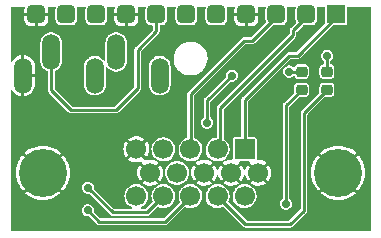
<source format=gbr>
G04 #@! TF.GenerationSoftware,KiCad,Pcbnew,(6.0.1-0)*
G04 #@! TF.CreationDate,2022-02-24T13:12:42-05:00*
G04 #@! TF.ProjectId,DC2VGA_Horizontal,44433256-4741-45f4-986f-72697a6f6e74,1*
G04 #@! TF.SameCoordinates,Original*
G04 #@! TF.FileFunction,Copper,L1,Top*
G04 #@! TF.FilePolarity,Positive*
%FSLAX46Y46*%
G04 Gerber Fmt 4.6, Leading zero omitted, Abs format (unit mm)*
G04 Created by KiCad (PCBNEW (6.0.1-0)) date 2022-02-24 13:12:42*
%MOMM*%
%LPD*%
G01*
G04 APERTURE LIST*
G04 Aperture macros list*
%AMRoundRect*
0 Rectangle with rounded corners*
0 $1 Rounding radius*
0 $2 $3 $4 $5 $6 $7 $8 $9 X,Y pos of 4 corners*
0 Add a 4 corners polygon primitive as box body*
4,1,4,$2,$3,$4,$5,$6,$7,$8,$9,$2,$3,0*
0 Add four circle primitives for the rounded corners*
1,1,$1+$1,$2,$3*
1,1,$1+$1,$4,$5*
1,1,$1+$1,$6,$7*
1,1,$1+$1,$8,$9*
0 Add four rect primitives between the rounded corners*
20,1,$1+$1,$2,$3,$4,$5,0*
20,1,$1+$1,$4,$5,$6,$7,0*
20,1,$1+$1,$6,$7,$8,$9,0*
20,1,$1+$1,$8,$9,$2,$3,0*%
G04 Aperture macros list end*
G04 #@! TA.AperFunction,ComponentPad*
%ADD10R,1.700000X1.700000*%
G04 #@! TD*
G04 #@! TA.AperFunction,ComponentPad*
%ADD11C,1.700000*%
G04 #@! TD*
G04 #@! TA.AperFunction,ComponentPad*
%ADD12C,4.066000*%
G04 #@! TD*
G04 #@! TA.AperFunction,ComponentPad*
%ADD13O,1.508000X3.016000*%
G04 #@! TD*
G04 #@! TA.AperFunction,ComponentPad*
%ADD14R,1.524000X1.524000*%
G04 #@! TD*
G04 #@! TA.AperFunction,ComponentPad*
%ADD15RoundRect,0.381000X-0.381000X-0.381000X0.381000X-0.381000X0.381000X0.381000X-0.381000X0.381000X0*%
G04 #@! TD*
G04 #@! TA.AperFunction,SMDPad,CuDef*
%ADD16RoundRect,0.225000X-0.250000X0.225000X-0.250000X-0.225000X0.250000X-0.225000X0.250000X0.225000X0*%
G04 #@! TD*
G04 #@! TA.AperFunction,ViaPad*
%ADD17C,0.700000*%
G04 #@! TD*
G04 #@! TA.AperFunction,Conductor*
%ADD18C,0.250000*%
G04 #@! TD*
G04 APERTURE END LIST*
D10*
X146725000Y-107595000D03*
D11*
X144435000Y-107595000D03*
X142145000Y-107595000D03*
X139855000Y-107595000D03*
X137565000Y-107595000D03*
X147870000Y-109575000D03*
X145580000Y-109575000D03*
X143290000Y-109575000D03*
X141000000Y-109575000D03*
X138710000Y-109575000D03*
X146725000Y-111555000D03*
X144435000Y-111555000D03*
X142145000Y-111555000D03*
X139855000Y-111555000D03*
X137565000Y-111555000D03*
D12*
X129650000Y-109575000D03*
X154640000Y-109575000D03*
D13*
X127950000Y-101350000D03*
X130350000Y-99350000D03*
X135850000Y-99350000D03*
X139550000Y-101350000D03*
X134050000Y-101350000D03*
D14*
X154487181Y-96168903D03*
D15*
X151947181Y-96168903D03*
X149407181Y-96168903D03*
X134167181Y-96168903D03*
X131627181Y-96168903D03*
X141787181Y-96168903D03*
X139247181Y-96168903D03*
X129087181Y-96168903D03*
X136707181Y-96168903D03*
X146867181Y-96168903D03*
X144327181Y-96168903D03*
D16*
X153700000Y-101000000D03*
X153700000Y-102550000D03*
X151550000Y-101000000D03*
X151550000Y-102550000D03*
D17*
X153700000Y-99675000D03*
X150500000Y-101000000D03*
X150225000Y-112200000D03*
X133450000Y-112750000D03*
X133450000Y-110825000D03*
X156425000Y-96425000D03*
X147775000Y-99325000D03*
X145650000Y-101350000D03*
X143550000Y-105325000D03*
D18*
X153700000Y-99675000D02*
X153700000Y-101000000D01*
X146800000Y-113925000D02*
X144425000Y-111550000D01*
X151750000Y-112775000D02*
X150600000Y-113925000D01*
X151750000Y-104500000D02*
X151750000Y-112775000D01*
X153700000Y-102550000D02*
X151750000Y-104500000D01*
X150600000Y-113925000D02*
X146800000Y-113925000D01*
X151475000Y-101000000D02*
X151500000Y-100975000D01*
X150500000Y-101000000D02*
X151475000Y-101000000D01*
X150225000Y-103875000D02*
X151550000Y-102550000D01*
X150225000Y-112200000D02*
X150225000Y-103875000D01*
X150500000Y-99650000D02*
X146725000Y-103425000D01*
X151225000Y-99650000D02*
X150500000Y-99650000D01*
X146725000Y-103425000D02*
X146725000Y-107600000D01*
X154477181Y-96388903D02*
X154477181Y-96397819D01*
X154477181Y-96397819D02*
X151225000Y-99650000D01*
X151937181Y-96388903D02*
X151937181Y-96412819D01*
X144675000Y-107350000D02*
X144425000Y-107600000D01*
X150825000Y-97525000D02*
X150825000Y-97900000D01*
X144675000Y-104050000D02*
X144675000Y-107350000D01*
X151937181Y-96412819D02*
X150825000Y-97525000D01*
X150825000Y-97900000D02*
X144675000Y-104050000D01*
X149397181Y-96388903D02*
X149386097Y-96388903D01*
X146675000Y-98400000D02*
X142150000Y-102925000D01*
X149386097Y-96388903D02*
X147375000Y-98400000D01*
X147375000Y-98400000D02*
X146675000Y-98400000D01*
X142150000Y-102925000D02*
X142150000Y-107600000D01*
X139975000Y-113725000D02*
X142150000Y-111550000D01*
X134425000Y-113725000D02*
X139975000Y-113725000D01*
X133450000Y-112750000D02*
X134425000Y-113725000D01*
X135550000Y-112925000D02*
X138475000Y-112925000D01*
X138475000Y-112925000D02*
X139850000Y-111550000D01*
X133450000Y-110825000D02*
X135550000Y-112925000D01*
X130350000Y-102575000D02*
X130350000Y-99350000D01*
X137675000Y-102425000D02*
X135850000Y-104250000D01*
X139237181Y-97587819D02*
X137675000Y-99150000D01*
X139237181Y-96388903D02*
X139237181Y-97587819D01*
X132025000Y-104250000D02*
X130350000Y-102575000D01*
X135850000Y-104250000D02*
X132025000Y-104250000D01*
X137675000Y-99150000D02*
X137675000Y-102425000D01*
X143550000Y-103450000D02*
X145650000Y-101350000D01*
X143550000Y-103450000D02*
X143550000Y-105325000D01*
G04 #@! TA.AperFunction,Conductor*
G36*
X128075391Y-95528482D02*
G01*
X128102411Y-95575282D01*
X128100474Y-95611041D01*
X128079123Y-95684530D01*
X128077679Y-95692438D01*
X128075304Y-95722618D01*
X128075181Y-95725737D01*
X128075181Y-96029973D01*
X128079065Y-96040644D01*
X128084709Y-96043903D01*
X130085250Y-96043903D01*
X130095921Y-96040019D01*
X130099180Y-96034375D01*
X130099180Y-95725720D01*
X130099060Y-95722647D01*
X130096682Y-95692428D01*
X130095241Y-95684535D01*
X130073888Y-95611041D01*
X130077469Y-95557120D01*
X130114872Y-95518117D01*
X130149751Y-95510000D01*
X130657531Y-95510000D01*
X130708311Y-95528482D01*
X130735331Y-95575282D01*
X130730983Y-95618082D01*
X130717234Y-95652807D01*
X130717232Y-95652815D01*
X130715368Y-95657523D01*
X130704681Y-95745834D01*
X130704682Y-96591971D01*
X130715368Y-96680283D01*
X130769983Y-96818227D01*
X130859683Y-96936401D01*
X130977857Y-97026101D01*
X131029675Y-97046617D01*
X131111089Y-97078851D01*
X131111093Y-97078852D01*
X131115801Y-97080716D01*
X131120831Y-97081325D01*
X131120832Y-97081325D01*
X131151352Y-97085018D01*
X131204112Y-97091403D01*
X131627092Y-97091403D01*
X132050249Y-97091402D01*
X132065037Y-97089613D01*
X132133523Y-97081326D01*
X132133526Y-97081325D01*
X132138561Y-97080716D01*
X132276505Y-97026101D01*
X132394679Y-96936401D01*
X132484379Y-96818227D01*
X132537125Y-96685004D01*
X132537129Y-96684995D01*
X132537130Y-96684991D01*
X132538994Y-96680283D01*
X132549681Y-96591972D01*
X132549680Y-95745835D01*
X132538994Y-95657523D01*
X132537125Y-95652802D01*
X132523379Y-95618082D01*
X132521870Y-95564063D01*
X132555436Y-95521713D01*
X132596831Y-95510000D01*
X133197531Y-95510000D01*
X133248311Y-95528482D01*
X133275331Y-95575282D01*
X133270983Y-95618082D01*
X133257234Y-95652807D01*
X133257232Y-95652815D01*
X133255368Y-95657523D01*
X133244681Y-95745834D01*
X133244682Y-96591971D01*
X133255368Y-96680283D01*
X133309983Y-96818227D01*
X133399683Y-96936401D01*
X133517857Y-97026101D01*
X133569675Y-97046617D01*
X133651089Y-97078851D01*
X133651093Y-97078852D01*
X133655801Y-97080716D01*
X133660831Y-97081325D01*
X133660832Y-97081325D01*
X133691352Y-97085018D01*
X133744112Y-97091403D01*
X134167092Y-97091403D01*
X134590249Y-97091402D01*
X134605037Y-97089613D01*
X134673523Y-97081326D01*
X134673526Y-97081325D01*
X134678561Y-97080716D01*
X134816505Y-97026101D01*
X134934679Y-96936401D01*
X135024379Y-96818227D01*
X135077125Y-96685004D01*
X135077129Y-96684995D01*
X135077130Y-96684991D01*
X135078994Y-96680283D01*
X135087247Y-96612086D01*
X135695182Y-96612086D01*
X135695302Y-96615159D01*
X135697680Y-96645378D01*
X135699122Y-96653274D01*
X135741087Y-96797716D01*
X135745008Y-96806778D01*
X135821101Y-96935443D01*
X135827147Y-96943237D01*
X135932847Y-97048937D01*
X135940641Y-97054983D01*
X136069306Y-97131076D01*
X136078368Y-97134997D01*
X136222805Y-97176960D01*
X136230716Y-97178405D01*
X136260896Y-97180780D01*
X136264014Y-97180903D01*
X136568251Y-97180903D01*
X136578922Y-97177019D01*
X136582181Y-97171375D01*
X136582181Y-97166972D01*
X136832181Y-97166972D01*
X136836065Y-97177643D01*
X136841709Y-97180902D01*
X137150364Y-97180902D01*
X137153437Y-97180782D01*
X137183656Y-97178404D01*
X137191552Y-97176962D01*
X137335994Y-97134997D01*
X137345056Y-97131076D01*
X137473721Y-97054983D01*
X137481515Y-97048937D01*
X137587215Y-96943237D01*
X137593261Y-96935443D01*
X137669354Y-96806778D01*
X137673275Y-96797716D01*
X137715238Y-96653279D01*
X137716683Y-96645368D01*
X137719058Y-96615188D01*
X137719181Y-96612070D01*
X137719181Y-96307833D01*
X137715297Y-96297162D01*
X137709653Y-96293903D01*
X136846111Y-96293903D01*
X136835440Y-96297787D01*
X136832181Y-96303431D01*
X136832181Y-97166972D01*
X136582181Y-97166972D01*
X136582181Y-96307833D01*
X136578297Y-96297162D01*
X136572653Y-96293903D01*
X135709112Y-96293903D01*
X135698441Y-96297787D01*
X135695182Y-96303431D01*
X135695182Y-96612086D01*
X135087247Y-96612086D01*
X135089681Y-96591972D01*
X135089680Y-95745835D01*
X135078994Y-95657523D01*
X135077125Y-95652802D01*
X135063379Y-95618082D01*
X135061870Y-95564063D01*
X135095436Y-95521713D01*
X135136831Y-95510000D01*
X135644611Y-95510000D01*
X135695391Y-95528482D01*
X135722411Y-95575282D01*
X135720474Y-95611041D01*
X135699123Y-95684530D01*
X135697679Y-95692438D01*
X135695304Y-95722618D01*
X135695181Y-95725737D01*
X135695181Y-96029973D01*
X135699065Y-96040644D01*
X135704709Y-96043903D01*
X137705250Y-96043903D01*
X137715921Y-96040019D01*
X137719180Y-96034375D01*
X137719180Y-95725720D01*
X137719060Y-95722647D01*
X137716682Y-95692428D01*
X137715241Y-95684535D01*
X137693888Y-95611041D01*
X137697469Y-95557120D01*
X137734872Y-95518117D01*
X137769751Y-95510000D01*
X138277531Y-95510000D01*
X138328311Y-95528482D01*
X138355331Y-95575282D01*
X138350983Y-95618082D01*
X138337234Y-95652807D01*
X138337232Y-95652815D01*
X138335368Y-95657523D01*
X138324681Y-95745834D01*
X138324682Y-96591971D01*
X138335368Y-96680283D01*
X138389983Y-96818227D01*
X138479683Y-96936401D01*
X138597857Y-97026101D01*
X138649675Y-97046617D01*
X138731089Y-97078851D01*
X138731093Y-97078852D01*
X138735801Y-97080716D01*
X138740831Y-97081325D01*
X138740832Y-97081325D01*
X138771352Y-97085018D01*
X138824112Y-97091403D01*
X138872681Y-97091403D01*
X138923461Y-97109885D01*
X138950481Y-97156685D01*
X138951681Y-97170403D01*
X138951681Y-97436839D01*
X138933199Y-97487619D01*
X138928542Y-97492700D01*
X137509524Y-98911718D01*
X137505929Y-98914822D01*
X137501829Y-98916826D01*
X137496869Y-98922173D01*
X137469669Y-98951495D01*
X137467612Y-98953630D01*
X137454346Y-98966896D01*
X137452284Y-98969902D01*
X137450990Y-98971459D01*
X137448149Y-98974694D01*
X137429498Y-98994800D01*
X137426795Y-99001576D01*
X137424825Y-99006513D01*
X137416596Y-99021925D01*
X137409459Y-99032328D01*
X137407775Y-99039426D01*
X137403361Y-99058027D01*
X137399872Y-99069058D01*
X137390086Y-99093586D01*
X137389500Y-99099563D01*
X137389500Y-99107193D01*
X137387365Y-99125432D01*
X137384902Y-99135812D01*
X137385886Y-99143042D01*
X137385886Y-99143043D01*
X137388778Y-99164291D01*
X137389500Y-99174945D01*
X137389500Y-102274020D01*
X137371018Y-102324800D01*
X137366361Y-102329881D01*
X135754881Y-103941361D01*
X135705905Y-103964199D01*
X135699020Y-103964500D01*
X132175980Y-103964500D01*
X132125200Y-103946018D01*
X132120119Y-103941361D01*
X130658639Y-102479881D01*
X130635801Y-102430905D01*
X130635500Y-102424020D01*
X130635500Y-102151924D01*
X133135500Y-102151924D01*
X133135717Y-102153985D01*
X133135717Y-102153992D01*
X133148333Y-102274020D01*
X133150557Y-102295182D01*
X133209961Y-102478009D01*
X133212030Y-102481592D01*
X133212031Y-102481595D01*
X133286560Y-102610682D01*
X133306079Y-102644490D01*
X133308851Y-102647569D01*
X133308852Y-102647570D01*
X133350908Y-102694278D01*
X133434710Y-102787349D01*
X133590231Y-102900342D01*
X133594020Y-102902029D01*
X133762064Y-102976848D01*
X133762067Y-102976849D01*
X133765847Y-102978532D01*
X133769893Y-102979392D01*
X133769896Y-102979393D01*
X133949838Y-103017641D01*
X133949843Y-103017642D01*
X133953882Y-103018500D01*
X134146118Y-103018500D01*
X134150157Y-103017642D01*
X134150162Y-103017641D01*
X134330108Y-102979392D01*
X134330110Y-102979391D01*
X134334153Y-102978532D01*
X134337935Y-102976848D01*
X134505989Y-102902025D01*
X134505992Y-102902023D01*
X134509768Y-102900342D01*
X134594653Y-102838670D01*
X134661937Y-102789785D01*
X134661936Y-102789785D01*
X134665290Y-102787349D01*
X134749092Y-102694278D01*
X134791148Y-102647570D01*
X134791149Y-102647569D01*
X134793921Y-102644490D01*
X134813440Y-102610682D01*
X134887969Y-102481595D01*
X134887970Y-102481592D01*
X134890039Y-102478009D01*
X134949443Y-102295182D01*
X134951667Y-102274020D01*
X134964283Y-102153992D01*
X134964283Y-102153985D01*
X134964500Y-102151924D01*
X134964500Y-100692023D01*
X134982982Y-100641243D01*
X135029782Y-100614223D01*
X135083000Y-100623607D01*
X135105956Y-100644277D01*
X135106079Y-100644490D01*
X135108850Y-100647567D01*
X135108851Y-100647569D01*
X135122467Y-100662691D01*
X135234710Y-100787349D01*
X135390231Y-100900342D01*
X135394020Y-100902029D01*
X135562064Y-100976848D01*
X135562067Y-100976849D01*
X135565847Y-100978532D01*
X135569893Y-100979392D01*
X135569896Y-100979393D01*
X135749838Y-101017641D01*
X135749843Y-101017642D01*
X135753882Y-101018500D01*
X135946118Y-101018500D01*
X135950157Y-101017642D01*
X135950162Y-101017641D01*
X136130108Y-100979392D01*
X136130110Y-100979391D01*
X136134153Y-100978532D01*
X136172744Y-100961350D01*
X136305989Y-100902025D01*
X136305992Y-100902023D01*
X136309768Y-100900342D01*
X136340601Y-100877941D01*
X136461937Y-100789785D01*
X136461936Y-100789785D01*
X136465290Y-100787349D01*
X136577533Y-100662691D01*
X136591148Y-100647570D01*
X136591149Y-100647569D01*
X136593921Y-100644490D01*
X136612250Y-100612744D01*
X136687969Y-100481595D01*
X136687970Y-100481592D01*
X136690039Y-100478009D01*
X136749443Y-100295182D01*
X136749876Y-100291064D01*
X136764283Y-100153992D01*
X136764283Y-100153985D01*
X136764500Y-100151924D01*
X136764500Y-98548076D01*
X136755853Y-98465800D01*
X136749876Y-98408936D01*
X136749876Y-98408934D01*
X136749443Y-98404818D01*
X136690039Y-98221991D01*
X136686445Y-98215765D01*
X136595992Y-98059097D01*
X136593921Y-98055510D01*
X136569218Y-98028074D01*
X136497569Y-97948500D01*
X136465290Y-97912651D01*
X136309769Y-97799658D01*
X136279821Y-97786324D01*
X136137936Y-97723152D01*
X136137933Y-97723151D01*
X136134153Y-97721468D01*
X136130107Y-97720608D01*
X136130104Y-97720607D01*
X135950162Y-97682359D01*
X135950157Y-97682358D01*
X135946118Y-97681500D01*
X135753882Y-97681500D01*
X135749843Y-97682358D01*
X135749838Y-97682359D01*
X135569892Y-97720608D01*
X135569890Y-97720609D01*
X135565847Y-97721468D01*
X135562070Y-97723150D01*
X135562069Y-97723150D01*
X135394011Y-97797975D01*
X135394008Y-97797977D01*
X135390232Y-97799658D01*
X135386884Y-97802090D01*
X135386883Y-97802091D01*
X135353836Y-97826101D01*
X135234710Y-97912651D01*
X135202431Y-97948500D01*
X135130783Y-98028074D01*
X135106079Y-98055510D01*
X135104008Y-98059097D01*
X135013556Y-98215765D01*
X135009961Y-98221991D01*
X134950557Y-98404818D01*
X134950124Y-98408934D01*
X134950124Y-98408936D01*
X134944148Y-98465800D01*
X134935500Y-98548076D01*
X134935500Y-100007977D01*
X134917018Y-100058757D01*
X134870218Y-100085777D01*
X134817000Y-100076393D01*
X134794044Y-100055723D01*
X134793921Y-100055510D01*
X134759257Y-100017011D01*
X134685863Y-99935500D01*
X134665290Y-99912651D01*
X134509769Y-99799658D01*
X134497800Y-99794329D01*
X134337936Y-99723152D01*
X134337933Y-99723151D01*
X134334153Y-99721468D01*
X134330107Y-99720608D01*
X134330104Y-99720607D01*
X134150162Y-99682359D01*
X134150157Y-99682358D01*
X134146118Y-99681500D01*
X133953882Y-99681500D01*
X133949843Y-99682358D01*
X133949838Y-99682359D01*
X133769892Y-99720608D01*
X133769890Y-99720609D01*
X133765847Y-99721468D01*
X133762070Y-99723150D01*
X133762069Y-99723150D01*
X133594011Y-99797975D01*
X133594008Y-99797977D01*
X133590232Y-99799658D01*
X133586884Y-99802090D01*
X133586883Y-99802091D01*
X133553624Y-99826255D01*
X133434710Y-99912651D01*
X133306079Y-100055510D01*
X133304008Y-100059097D01*
X133218661Y-100206923D01*
X133209961Y-100221991D01*
X133150557Y-100404818D01*
X133150124Y-100408934D01*
X133150124Y-100408936D01*
X133136047Y-100542876D01*
X133135500Y-100548076D01*
X133135500Y-102151924D01*
X130635500Y-102151924D01*
X130635500Y-101029235D01*
X130653982Y-100978455D01*
X130682368Y-100957065D01*
X130805986Y-100902026D01*
X130805987Y-100902025D01*
X130809768Y-100900342D01*
X130840601Y-100877941D01*
X130961937Y-100789785D01*
X130961936Y-100789785D01*
X130965290Y-100787349D01*
X131077533Y-100662691D01*
X131091148Y-100647570D01*
X131091149Y-100647569D01*
X131093921Y-100644490D01*
X131112250Y-100612744D01*
X131187969Y-100481595D01*
X131187970Y-100481592D01*
X131190039Y-100478009D01*
X131249443Y-100295182D01*
X131249876Y-100291064D01*
X131264283Y-100153992D01*
X131264283Y-100153985D01*
X131264500Y-100151924D01*
X131264500Y-98548076D01*
X131255853Y-98465800D01*
X131249876Y-98408936D01*
X131249876Y-98408934D01*
X131249443Y-98404818D01*
X131190039Y-98221991D01*
X131186445Y-98215765D01*
X131095992Y-98059097D01*
X131093921Y-98055510D01*
X131069218Y-98028074D01*
X130997569Y-97948500D01*
X130965290Y-97912651D01*
X130809769Y-97799658D01*
X130779821Y-97786324D01*
X130637936Y-97723152D01*
X130637933Y-97723151D01*
X130634153Y-97721468D01*
X130630107Y-97720608D01*
X130630104Y-97720607D01*
X130450162Y-97682359D01*
X130450157Y-97682358D01*
X130446118Y-97681500D01*
X130253882Y-97681500D01*
X130249843Y-97682358D01*
X130249838Y-97682359D01*
X130069892Y-97720608D01*
X130069890Y-97720609D01*
X130065847Y-97721468D01*
X130062070Y-97723150D01*
X130062069Y-97723150D01*
X129894011Y-97797975D01*
X129894008Y-97797977D01*
X129890232Y-97799658D01*
X129886884Y-97802090D01*
X129886883Y-97802091D01*
X129853836Y-97826101D01*
X129734710Y-97912651D01*
X129702431Y-97948500D01*
X129630783Y-98028074D01*
X129606079Y-98055510D01*
X129604008Y-98059097D01*
X129513556Y-98215765D01*
X129509961Y-98221991D01*
X129450557Y-98404818D01*
X129450124Y-98408934D01*
X129450124Y-98408936D01*
X129444148Y-98465800D01*
X129435500Y-98548076D01*
X129435500Y-100151924D01*
X129435717Y-100153985D01*
X129435717Y-100153992D01*
X129450124Y-100291064D01*
X129450557Y-100295182D01*
X129509961Y-100478009D01*
X129512030Y-100481592D01*
X129512031Y-100481595D01*
X129587750Y-100612744D01*
X129606079Y-100644490D01*
X129608851Y-100647569D01*
X129608852Y-100647570D01*
X129622467Y-100662691D01*
X129734710Y-100787349D01*
X129890231Y-100900342D01*
X129894020Y-100902029D01*
X130017632Y-100957065D01*
X130056505Y-100994604D01*
X130064500Y-101029235D01*
X130064500Y-102523526D01*
X130064153Y-102528255D01*
X130062671Y-102532571D01*
X130062945Y-102539862D01*
X130064444Y-102579798D01*
X130064500Y-102582762D01*
X130064500Y-102601552D01*
X130065166Y-102605129D01*
X130065355Y-102607172D01*
X130065633Y-102611469D01*
X130066045Y-102622427D01*
X130066661Y-102638853D01*
X130071640Y-102650442D01*
X130076717Y-102667155D01*
X130077691Y-102672384D01*
X130077692Y-102672388D01*
X130079028Y-102679559D01*
X130086589Y-102691826D01*
X130092888Y-102702045D01*
X130098220Y-102712310D01*
X130108645Y-102736574D01*
X130112457Y-102741215D01*
X130117848Y-102746606D01*
X130129237Y-102761014D01*
X130131007Y-102763886D01*
X130131010Y-102763889D01*
X130134837Y-102770098D01*
X130149849Y-102781513D01*
X130157722Y-102787500D01*
X130165765Y-102794523D01*
X131786718Y-104415476D01*
X131789822Y-104419071D01*
X131791826Y-104423171D01*
X131797173Y-104428131D01*
X131826495Y-104455331D01*
X131828630Y-104457388D01*
X131841896Y-104470654D01*
X131844902Y-104472716D01*
X131846459Y-104474010D01*
X131849694Y-104476851D01*
X131869800Y-104495502D01*
X131880746Y-104499869D01*
X131881513Y-104500175D01*
X131896925Y-104508404D01*
X131907328Y-104515541D01*
X131924415Y-104519596D01*
X131933024Y-104521639D01*
X131944052Y-104525126D01*
X131968586Y-104534914D01*
X131974563Y-104535500D01*
X131982188Y-104535500D01*
X132000429Y-104537635D01*
X132010812Y-104540099D01*
X132018042Y-104539115D01*
X132018043Y-104539115D01*
X132039298Y-104536222D01*
X132049952Y-104535500D01*
X135798526Y-104535500D01*
X135803255Y-104535847D01*
X135807571Y-104537329D01*
X135854799Y-104535556D01*
X135857762Y-104535500D01*
X135876552Y-104535500D01*
X135880129Y-104534834D01*
X135882172Y-104534645D01*
X135886469Y-104534367D01*
X135906563Y-104533613D01*
X135906565Y-104533613D01*
X135913853Y-104533339D01*
X135925442Y-104528360D01*
X135942155Y-104523283D01*
X135947384Y-104522309D01*
X135947388Y-104522308D01*
X135954559Y-104520972D01*
X135977045Y-104507112D01*
X135987310Y-104501780D01*
X136001922Y-104495502D01*
X136011574Y-104491355D01*
X136016215Y-104487543D01*
X136021606Y-104482152D01*
X136036014Y-104470763D01*
X136038886Y-104468993D01*
X136038889Y-104468990D01*
X136045098Y-104465163D01*
X136062500Y-104442278D01*
X136069523Y-104434235D01*
X137840476Y-102663282D01*
X137844071Y-102660178D01*
X137848171Y-102658174D01*
X137880331Y-102623505D01*
X137882388Y-102621370D01*
X137895654Y-102608104D01*
X137897716Y-102605098D01*
X137899010Y-102603541D01*
X137901852Y-102600305D01*
X137915540Y-102585549D01*
X137920502Y-102580200D01*
X137925175Y-102568487D01*
X137933404Y-102553075D01*
X137940541Y-102542672D01*
X137946639Y-102516976D01*
X137950126Y-102505948D01*
X137959914Y-102481414D01*
X137960500Y-102475437D01*
X137960500Y-102467812D01*
X137962635Y-102449571D01*
X137963414Y-102446288D01*
X137965099Y-102439188D01*
X137961222Y-102410702D01*
X137960500Y-102400048D01*
X137960500Y-102151924D01*
X138635500Y-102151924D01*
X138635717Y-102153985D01*
X138635717Y-102153992D01*
X138648333Y-102274020D01*
X138650557Y-102295182D01*
X138709961Y-102478009D01*
X138712030Y-102481592D01*
X138712031Y-102481595D01*
X138786560Y-102610682D01*
X138806079Y-102644490D01*
X138808851Y-102647569D01*
X138808852Y-102647570D01*
X138850908Y-102694278D01*
X138934710Y-102787349D01*
X139090231Y-102900342D01*
X139094020Y-102902029D01*
X139262064Y-102976848D01*
X139262067Y-102976849D01*
X139265847Y-102978532D01*
X139269893Y-102979392D01*
X139269896Y-102979393D01*
X139449838Y-103017641D01*
X139449843Y-103017642D01*
X139453882Y-103018500D01*
X139646118Y-103018500D01*
X139650157Y-103017642D01*
X139650162Y-103017641D01*
X139830108Y-102979392D01*
X139830110Y-102979391D01*
X139834153Y-102978532D01*
X139837935Y-102976848D01*
X140005989Y-102902025D01*
X140005992Y-102902023D01*
X140009768Y-102900342D01*
X140094653Y-102838670D01*
X140161937Y-102789785D01*
X140161936Y-102789785D01*
X140165290Y-102787349D01*
X140249092Y-102694278D01*
X140291148Y-102647570D01*
X140291149Y-102647569D01*
X140293921Y-102644490D01*
X140313440Y-102610682D01*
X140387969Y-102481595D01*
X140387970Y-102481592D01*
X140390039Y-102478009D01*
X140449443Y-102295182D01*
X140451667Y-102274020D01*
X140464283Y-102153992D01*
X140464283Y-102153985D01*
X140464500Y-102151924D01*
X140464500Y-100548076D01*
X140463954Y-100542876D01*
X140449876Y-100408936D01*
X140449876Y-100408934D01*
X140449443Y-100404818D01*
X140390039Y-100221991D01*
X140381340Y-100206923D01*
X140295992Y-100059097D01*
X140293921Y-100055510D01*
X140165290Y-99912651D01*
X140099531Y-99864874D01*
X140712727Y-99864874D01*
X140712913Y-99868099D01*
X140712913Y-99868101D01*
X140713073Y-99870867D01*
X140713073Y-99870871D01*
X140725695Y-100089765D01*
X140726290Y-100100089D01*
X140727003Y-100103251D01*
X140727003Y-100103254D01*
X140754650Y-100225932D01*
X140778087Y-100329932D01*
X140779306Y-100332934D01*
X140864777Y-100543423D01*
X140866728Y-100548228D01*
X140989832Y-100749115D01*
X141144093Y-100927199D01*
X141325368Y-101077697D01*
X141528789Y-101196566D01*
X141531819Y-101197723D01*
X141745863Y-101279459D01*
X141745868Y-101279460D01*
X141748894Y-101280616D01*
X141752067Y-101281262D01*
X141752072Y-101281263D01*
X141976594Y-101326942D01*
X141976596Y-101326942D01*
X141979770Y-101327588D01*
X141983005Y-101327707D01*
X141983008Y-101327707D01*
X142128083Y-101333027D01*
X142215218Y-101336222D01*
X142448915Y-101306285D01*
X142607691Y-101258650D01*
X142671478Y-101239513D01*
X142671480Y-101239512D01*
X142674584Y-101238581D01*
X142782920Y-101185507D01*
X142883255Y-101136354D01*
X142883259Y-101136352D01*
X142886165Y-101134928D01*
X142888801Y-101133048D01*
X142888804Y-101133046D01*
X143075338Y-100999993D01*
X143075341Y-100999991D01*
X143077976Y-100998111D01*
X143098226Y-100977932D01*
X143242566Y-100834094D01*
X143244865Y-100831803D01*
X143382351Y-100640471D01*
X143486742Y-100429253D01*
X143495759Y-100399575D01*
X143554291Y-100206923D01*
X143554291Y-100206921D01*
X143555233Y-100203822D01*
X143569060Y-100098800D01*
X143574236Y-100059479D01*
X143585986Y-99970231D01*
X143586270Y-99958639D01*
X143587651Y-99902105D01*
X143587651Y-99902097D01*
X143587702Y-99900000D01*
X143587173Y-99893555D01*
X143568663Y-99668422D01*
X143568397Y-99665186D01*
X143560521Y-99633828D01*
X143531706Y-99519114D01*
X143511000Y-99436678D01*
X143509712Y-99433716D01*
X143509710Y-99433710D01*
X143429917Y-99250200D01*
X143417052Y-99220613D01*
X143299836Y-99039426D01*
X143290839Y-99025518D01*
X143290838Y-99025517D01*
X143289076Y-99022793D01*
X143286896Y-99020397D01*
X143286892Y-99020392D01*
X143132692Y-98850929D01*
X143130510Y-98848531D01*
X142945612Y-98702507D01*
X142914578Y-98685375D01*
X142834835Y-98641355D01*
X142739347Y-98588643D01*
X142736297Y-98587563D01*
X142736295Y-98587562D01*
X142520303Y-98511075D01*
X142520299Y-98511074D01*
X142517255Y-98509996D01*
X142285300Y-98468679D01*
X142282057Y-98468639D01*
X142282053Y-98468639D01*
X142167506Y-98467240D01*
X142049711Y-98465800D01*
X142046503Y-98466291D01*
X142046501Y-98466291D01*
X141975181Y-98477205D01*
X141816816Y-98501438D01*
X141592868Y-98574636D01*
X141383883Y-98683426D01*
X141381288Y-98685374D01*
X141381287Y-98685375D01*
X141378685Y-98687329D01*
X141195472Y-98824889D01*
X141193244Y-98827220D01*
X141193240Y-98827224D01*
X141034927Y-98992890D01*
X141032696Y-98995225D01*
X141007386Y-99032328D01*
X140910099Y-99174945D01*
X140899925Y-99189859D01*
X140800727Y-99403564D01*
X140799860Y-99406689D01*
X140799860Y-99406690D01*
X140741279Y-99617929D01*
X140737764Y-99630602D01*
X140737420Y-99633825D01*
X140737419Y-99633828D01*
X140728581Y-99716523D01*
X140712727Y-99864874D01*
X140099531Y-99864874D01*
X140009769Y-99799658D01*
X139997800Y-99794329D01*
X139837936Y-99723152D01*
X139837933Y-99723151D01*
X139834153Y-99721468D01*
X139830107Y-99720608D01*
X139830104Y-99720607D01*
X139650162Y-99682359D01*
X139650157Y-99682358D01*
X139646118Y-99681500D01*
X139453882Y-99681500D01*
X139449843Y-99682358D01*
X139449838Y-99682359D01*
X139269892Y-99720608D01*
X139269890Y-99720609D01*
X139265847Y-99721468D01*
X139262070Y-99723150D01*
X139262069Y-99723150D01*
X139094011Y-99797975D01*
X139094008Y-99797977D01*
X139090232Y-99799658D01*
X139086884Y-99802090D01*
X139086883Y-99802091D01*
X139053624Y-99826255D01*
X138934710Y-99912651D01*
X138806079Y-100055510D01*
X138804008Y-100059097D01*
X138718661Y-100206923D01*
X138709961Y-100221991D01*
X138650557Y-100404818D01*
X138650124Y-100408934D01*
X138650124Y-100408936D01*
X138636047Y-100542876D01*
X138635500Y-100548076D01*
X138635500Y-102151924D01*
X137960500Y-102151924D01*
X137960500Y-99300980D01*
X137978982Y-99250200D01*
X137983639Y-99245119D01*
X139402657Y-97826101D01*
X139406252Y-97822997D01*
X139410352Y-97820993D01*
X139442512Y-97786324D01*
X139444569Y-97784189D01*
X139457835Y-97770923D01*
X139459897Y-97767917D01*
X139461191Y-97766360D01*
X139464033Y-97763124D01*
X139477721Y-97748368D01*
X139482683Y-97743019D01*
X139487355Y-97731309D01*
X139495587Y-97715892D01*
X139498596Y-97711506D01*
X139498598Y-97711502D01*
X139502722Y-97705490D01*
X139508821Y-97679791D01*
X139512310Y-97668760D01*
X139520027Y-97649417D01*
X139520027Y-97649416D01*
X139522095Y-97644233D01*
X139522681Y-97638256D01*
X139522681Y-97630632D01*
X139524816Y-97612391D01*
X139525595Y-97609108D01*
X139525595Y-97609107D01*
X139527280Y-97602007D01*
X139523403Y-97573521D01*
X139522681Y-97562867D01*
X139522681Y-97170402D01*
X139541163Y-97119622D01*
X139587963Y-97092602D01*
X139601681Y-97091402D01*
X139670249Y-97091402D01*
X139685037Y-97089613D01*
X139753523Y-97081326D01*
X139753526Y-97081325D01*
X139758561Y-97080716D01*
X139896505Y-97026101D01*
X140014679Y-96936401D01*
X140104379Y-96818227D01*
X140157125Y-96685004D01*
X140157129Y-96684995D01*
X140157130Y-96684991D01*
X140158994Y-96680283D01*
X140169681Y-96591972D01*
X140169680Y-95745835D01*
X140158994Y-95657523D01*
X140157125Y-95652802D01*
X140143379Y-95618082D01*
X140141870Y-95564063D01*
X140175436Y-95521713D01*
X140216831Y-95510000D01*
X140817531Y-95510000D01*
X140868311Y-95528482D01*
X140895331Y-95575282D01*
X140890983Y-95618082D01*
X140877234Y-95652807D01*
X140877232Y-95652815D01*
X140875368Y-95657523D01*
X140864681Y-95745834D01*
X140864682Y-96591971D01*
X140875368Y-96680283D01*
X140929983Y-96818227D01*
X141019683Y-96936401D01*
X141137857Y-97026101D01*
X141189675Y-97046617D01*
X141271089Y-97078851D01*
X141271093Y-97078852D01*
X141275801Y-97080716D01*
X141280831Y-97081325D01*
X141280832Y-97081325D01*
X141311352Y-97085018D01*
X141364112Y-97091403D01*
X141787092Y-97091403D01*
X142210249Y-97091402D01*
X142225037Y-97089613D01*
X142293523Y-97081326D01*
X142293526Y-97081325D01*
X142298561Y-97080716D01*
X142436505Y-97026101D01*
X142554679Y-96936401D01*
X142644379Y-96818227D01*
X142697125Y-96685004D01*
X142697129Y-96684995D01*
X142697130Y-96684991D01*
X142698994Y-96680283D01*
X142709681Y-96591972D01*
X142709680Y-95745835D01*
X142698994Y-95657523D01*
X142697125Y-95652802D01*
X142683379Y-95618082D01*
X142681870Y-95564063D01*
X142715436Y-95521713D01*
X142756831Y-95510000D01*
X143357531Y-95510000D01*
X143408311Y-95528482D01*
X143435331Y-95575282D01*
X143430983Y-95618082D01*
X143417234Y-95652807D01*
X143417232Y-95652815D01*
X143415368Y-95657523D01*
X143404681Y-95745834D01*
X143404682Y-96591971D01*
X143415368Y-96680283D01*
X143469983Y-96818227D01*
X143559683Y-96936401D01*
X143677857Y-97026101D01*
X143729675Y-97046617D01*
X143811089Y-97078851D01*
X143811093Y-97078852D01*
X143815801Y-97080716D01*
X143820831Y-97081325D01*
X143820832Y-97081325D01*
X143851352Y-97085018D01*
X143904112Y-97091403D01*
X144327092Y-97091403D01*
X144750249Y-97091402D01*
X144765037Y-97089613D01*
X144833523Y-97081326D01*
X144833526Y-97081325D01*
X144838561Y-97080716D01*
X144976505Y-97026101D01*
X145094679Y-96936401D01*
X145184379Y-96818227D01*
X145237125Y-96685004D01*
X145237129Y-96684995D01*
X145237130Y-96684991D01*
X145238994Y-96680283D01*
X145247247Y-96612086D01*
X145855182Y-96612086D01*
X145855302Y-96615159D01*
X145857680Y-96645378D01*
X145859122Y-96653274D01*
X145901087Y-96797716D01*
X145905008Y-96806778D01*
X145981101Y-96935443D01*
X145987147Y-96943237D01*
X146092847Y-97048937D01*
X146100641Y-97054983D01*
X146229306Y-97131076D01*
X146238368Y-97134997D01*
X146382805Y-97176960D01*
X146390716Y-97178405D01*
X146420896Y-97180780D01*
X146424014Y-97180903D01*
X146728251Y-97180903D01*
X146738922Y-97177019D01*
X146742181Y-97171375D01*
X146742181Y-97166972D01*
X146992181Y-97166972D01*
X146996065Y-97177643D01*
X147001709Y-97180902D01*
X147310364Y-97180902D01*
X147313437Y-97180782D01*
X147343656Y-97178404D01*
X147351552Y-97176962D01*
X147495994Y-97134997D01*
X147505056Y-97131076D01*
X147633721Y-97054983D01*
X147641515Y-97048937D01*
X147747215Y-96943237D01*
X147753261Y-96935443D01*
X147829354Y-96806778D01*
X147833275Y-96797716D01*
X147875238Y-96653279D01*
X147876683Y-96645368D01*
X147879058Y-96615188D01*
X147879181Y-96612070D01*
X147879181Y-96307833D01*
X147875297Y-96297162D01*
X147869653Y-96293903D01*
X147006111Y-96293903D01*
X146995440Y-96297787D01*
X146992181Y-96303431D01*
X146992181Y-97166972D01*
X146742181Y-97166972D01*
X146742181Y-96307833D01*
X146738297Y-96297162D01*
X146732653Y-96293903D01*
X145869112Y-96293903D01*
X145858441Y-96297787D01*
X145855182Y-96303431D01*
X145855182Y-96612086D01*
X145247247Y-96612086D01*
X145249681Y-96591972D01*
X145249680Y-95745835D01*
X145238994Y-95657523D01*
X145237125Y-95652802D01*
X145223379Y-95618082D01*
X145221870Y-95564063D01*
X145255436Y-95521713D01*
X145296831Y-95510000D01*
X145804611Y-95510000D01*
X145855391Y-95528482D01*
X145882411Y-95575282D01*
X145880474Y-95611041D01*
X145859123Y-95684530D01*
X145857679Y-95692438D01*
X145855304Y-95722618D01*
X145855181Y-95725737D01*
X145855181Y-96029973D01*
X145859065Y-96040644D01*
X145864709Y-96043903D01*
X147865250Y-96043903D01*
X147875921Y-96040019D01*
X147879180Y-96034375D01*
X147879180Y-95725720D01*
X147879060Y-95722647D01*
X147876682Y-95692428D01*
X147875241Y-95684535D01*
X147853888Y-95611041D01*
X147857469Y-95557120D01*
X147894872Y-95518117D01*
X147929751Y-95510000D01*
X148437531Y-95510000D01*
X148488311Y-95528482D01*
X148515331Y-95575282D01*
X148510983Y-95618082D01*
X148497234Y-95652807D01*
X148497232Y-95652815D01*
X148495368Y-95657523D01*
X148484681Y-95745834D01*
X148484682Y-96591971D01*
X148495368Y-96680283D01*
X148497236Y-96685000D01*
X148497237Y-96685004D01*
X148531740Y-96772150D01*
X148533249Y-96826168D01*
X148514149Y-96857093D01*
X147279881Y-98091361D01*
X147230905Y-98114199D01*
X147224020Y-98114500D01*
X146726473Y-98114500D01*
X146721744Y-98114153D01*
X146717428Y-98112671D01*
X146670201Y-98114444D01*
X146667237Y-98114500D01*
X146648448Y-98114500D01*
X146644871Y-98115166D01*
X146642828Y-98115355D01*
X146638531Y-98115633D01*
X146618437Y-98116387D01*
X146618435Y-98116387D01*
X146611147Y-98116661D01*
X146599558Y-98121640D01*
X146582845Y-98126717D01*
X146577616Y-98127691D01*
X146577612Y-98127692D01*
X146570441Y-98129028D01*
X146555428Y-98138282D01*
X146547955Y-98142888D01*
X146537690Y-98148220D01*
X146513426Y-98158645D01*
X146508785Y-98162457D01*
X146503394Y-98167848D01*
X146488986Y-98179237D01*
X146486114Y-98181007D01*
X146486111Y-98181010D01*
X146479902Y-98184837D01*
X146475486Y-98190645D01*
X146462500Y-98207722D01*
X146455477Y-98215765D01*
X141984524Y-102686718D01*
X141980929Y-102689822D01*
X141976829Y-102691826D01*
X141971869Y-102697173D01*
X141944669Y-102726495D01*
X141942612Y-102728630D01*
X141929346Y-102741896D01*
X141927284Y-102744902D01*
X141925990Y-102746459D01*
X141923149Y-102749694D01*
X141904498Y-102769800D01*
X141901795Y-102776576D01*
X141899825Y-102781513D01*
X141891596Y-102796925D01*
X141884459Y-102807328D01*
X141882775Y-102814426D01*
X141878361Y-102833027D01*
X141874872Y-102844058D01*
X141865086Y-102868586D01*
X141864500Y-102874563D01*
X141864500Y-102882193D01*
X141862365Y-102900432D01*
X141859902Y-102910812D01*
X141860886Y-102918042D01*
X141860886Y-102918043D01*
X141863778Y-102939291D01*
X141864500Y-102949945D01*
X141864500Y-106565054D01*
X141846018Y-106615834D01*
X141807806Y-106640840D01*
X141768335Y-106652457D01*
X141768333Y-106652458D01*
X141764629Y-106653548D01*
X141589010Y-106745359D01*
X141586003Y-106747777D01*
X141586001Y-106747778D01*
X141576193Y-106755664D01*
X141434570Y-106869532D01*
X141307189Y-107021339D01*
X141305327Y-107024727D01*
X141305325Y-107024729D01*
X141298854Y-107036500D01*
X141211720Y-107194996D01*
X141151800Y-107383889D01*
X141129710Y-107580823D01*
X141130033Y-107584669D01*
X141144890Y-107761595D01*
X141146292Y-107778297D01*
X141200915Y-107968790D01*
X141291498Y-108145045D01*
X141414590Y-108300348D01*
X141565504Y-108428786D01*
X141568878Y-108430672D01*
X141568880Y-108430673D01*
X141607615Y-108452321D01*
X141738490Y-108525465D01*
X141742152Y-108526655D01*
X141742157Y-108526657D01*
X141844736Y-108559986D01*
X141926960Y-108586702D01*
X141930797Y-108587160D01*
X141930799Y-108587160D01*
X142119892Y-108609708D01*
X142119895Y-108609708D01*
X142123735Y-108610166D01*
X142321320Y-108594963D01*
X142512190Y-108541671D01*
X142640128Y-108477045D01*
X142685619Y-108454066D01*
X142685621Y-108454065D01*
X142689073Y-108452321D01*
X142845232Y-108330316D01*
X142892610Y-108275428D01*
X142972196Y-108183228D01*
X142972200Y-108183223D01*
X142974720Y-108180303D01*
X142976626Y-108176947D01*
X142976630Y-108176942D01*
X143070695Y-108011356D01*
X143072604Y-108007996D01*
X143073824Y-108004329D01*
X143133935Y-107823630D01*
X143133936Y-107823625D01*
X143135156Y-107819958D01*
X143159993Y-107623351D01*
X143160389Y-107595000D01*
X143141051Y-107397777D01*
X143083774Y-107208065D01*
X143081963Y-107204660D01*
X143081961Y-107204654D01*
X142992551Y-107036500D01*
X142990739Y-107033092D01*
X142983919Y-107024729D01*
X142895894Y-106916801D01*
X142865490Y-106879522D01*
X142853415Y-106869532D01*
X142715773Y-106755665D01*
X142715772Y-106755664D01*
X142712798Y-106753204D01*
X142694979Y-106743569D01*
X142645174Y-106716640D01*
X142538479Y-106658950D01*
X142534797Y-106657810D01*
X142534794Y-106657809D01*
X142491139Y-106644296D01*
X142448095Y-106611624D01*
X142435500Y-106568829D01*
X142435500Y-105318699D01*
X143034288Y-105318699D01*
X143053249Y-105463695D01*
X143112143Y-105597542D01*
X143206236Y-105709479D01*
X143327964Y-105790508D01*
X143467541Y-105834116D01*
X143517056Y-105835023D01*
X143608120Y-105836692D01*
X143608121Y-105836692D01*
X143613747Y-105836795D01*
X143754829Y-105798332D01*
X143879445Y-105721818D01*
X143883218Y-105717650D01*
X143883220Y-105717648D01*
X143973799Y-105617577D01*
X143973800Y-105617576D01*
X143977576Y-105613404D01*
X144041335Y-105481805D01*
X144045321Y-105458116D01*
X144065090Y-105340610D01*
X144065090Y-105340607D01*
X144065596Y-105337601D01*
X144065750Y-105325000D01*
X144045020Y-105180246D01*
X143984495Y-105047129D01*
X143980820Y-105042864D01*
X143980818Y-105042861D01*
X143892716Y-104940615D01*
X143889041Y-104936350D01*
X143878064Y-104929235D01*
X143871530Y-104924999D01*
X143838972Y-104881870D01*
X143835500Y-104858708D01*
X143835500Y-103600980D01*
X143853982Y-103550200D01*
X143858639Y-103545119D01*
X145521313Y-101882445D01*
X145570289Y-101859607D01*
X145578621Y-101859319D01*
X145602468Y-101859756D01*
X145708120Y-101861692D01*
X145708121Y-101861692D01*
X145713747Y-101861795D01*
X145854829Y-101823332D01*
X145979445Y-101746818D01*
X145983218Y-101742650D01*
X145983220Y-101742648D01*
X146073799Y-101642577D01*
X146073800Y-101642576D01*
X146077576Y-101638404D01*
X146141335Y-101506805D01*
X146144343Y-101488930D01*
X146165090Y-101365610D01*
X146165090Y-101365607D01*
X146165596Y-101362601D01*
X146165750Y-101350000D01*
X146155648Y-101279459D01*
X146145818Y-101210816D01*
X146145817Y-101210814D01*
X146145020Y-101205246D01*
X146142275Y-101199209D01*
X146086827Y-101077257D01*
X146086826Y-101077255D01*
X146084495Y-101072129D01*
X146080820Y-101067864D01*
X146080818Y-101067861D01*
X145992716Y-100965615D01*
X145989041Y-100961350D01*
X145939552Y-100929273D01*
X145871054Y-100884874D01*
X145871051Y-100884872D01*
X145866332Y-100881814D01*
X145757310Y-100849209D01*
X145731621Y-100841526D01*
X145731619Y-100841526D01*
X145726233Y-100839915D01*
X145653711Y-100839472D01*
X145585630Y-100839056D01*
X145585628Y-100839056D01*
X145580005Y-100839022D01*
X145439404Y-100879206D01*
X145315732Y-100957237D01*
X145312011Y-100961450D01*
X145312010Y-100961451D01*
X145282730Y-100994604D01*
X145218932Y-101066841D01*
X145156786Y-101199209D01*
X145144010Y-101281263D01*
X145135385Y-101336656D01*
X145134288Y-101343699D01*
X145141619Y-101399761D01*
X145142918Y-101409691D01*
X145131176Y-101462439D01*
X145120446Y-101475796D01*
X143384524Y-103211718D01*
X143380929Y-103214822D01*
X143376829Y-103216826D01*
X143371869Y-103222173D01*
X143344669Y-103251495D01*
X143342612Y-103253630D01*
X143329346Y-103266896D01*
X143327284Y-103269902D01*
X143325990Y-103271459D01*
X143323149Y-103274694D01*
X143304498Y-103294800D01*
X143301795Y-103301576D01*
X143299825Y-103306513D01*
X143291596Y-103321925D01*
X143284459Y-103332328D01*
X143282775Y-103339426D01*
X143278361Y-103358027D01*
X143274872Y-103369058D01*
X143265086Y-103393586D01*
X143264500Y-103399563D01*
X143264500Y-103407193D01*
X143262365Y-103425432D01*
X143259902Y-103435812D01*
X143260886Y-103443042D01*
X143260886Y-103443043D01*
X143263778Y-103464291D01*
X143264500Y-103474945D01*
X143264500Y-104857901D01*
X143246018Y-104908681D01*
X143227656Y-104924713D01*
X143220980Y-104928926D01*
X143215732Y-104932237D01*
X143212011Y-104936450D01*
X143212010Y-104936451D01*
X143122658Y-105037622D01*
X143118932Y-105041841D01*
X143056786Y-105174209D01*
X143034288Y-105318699D01*
X142435500Y-105318699D01*
X142435500Y-103075980D01*
X142453982Y-103025200D01*
X142458639Y-103020119D01*
X146770119Y-98708639D01*
X146819095Y-98685801D01*
X146825980Y-98685500D01*
X147323526Y-98685500D01*
X147328255Y-98685847D01*
X147332571Y-98687329D01*
X147379799Y-98685556D01*
X147382762Y-98685500D01*
X147401552Y-98685500D01*
X147405129Y-98684834D01*
X147407172Y-98684645D01*
X147411469Y-98684367D01*
X147431563Y-98683613D01*
X147431565Y-98683613D01*
X147438853Y-98683339D01*
X147450442Y-98678360D01*
X147467155Y-98673283D01*
X147472384Y-98672309D01*
X147472388Y-98672308D01*
X147479559Y-98670972D01*
X147502045Y-98657112D01*
X147512310Y-98651780D01*
X147514094Y-98651014D01*
X147536574Y-98641355D01*
X147541215Y-98637543D01*
X147546606Y-98632152D01*
X147561014Y-98620763D01*
X147563886Y-98618993D01*
X147563889Y-98618990D01*
X147570098Y-98615163D01*
X147587500Y-98592278D01*
X147594523Y-98584235D01*
X149064216Y-97114542D01*
X149113192Y-97091704D01*
X149120077Y-97091403D01*
X149779859Y-97091402D01*
X149830249Y-97091402D01*
X149845037Y-97089613D01*
X149913523Y-97081326D01*
X149913526Y-97081325D01*
X149918561Y-97080716D01*
X150056505Y-97026101D01*
X150174679Y-96936401D01*
X150264379Y-96818227D01*
X150317125Y-96685004D01*
X150317129Y-96684995D01*
X150317130Y-96684991D01*
X150318994Y-96680283D01*
X150329681Y-96591972D01*
X150329680Y-95745835D01*
X150318994Y-95657523D01*
X150317125Y-95652802D01*
X150303379Y-95618082D01*
X150301870Y-95564063D01*
X150335436Y-95521713D01*
X150376831Y-95510000D01*
X150977531Y-95510000D01*
X151028311Y-95528482D01*
X151055331Y-95575282D01*
X151050983Y-95618082D01*
X151037234Y-95652807D01*
X151037232Y-95652815D01*
X151035368Y-95657523D01*
X151024681Y-95745834D01*
X151024682Y-96591971D01*
X151035368Y-96680283D01*
X151037236Y-96685000D01*
X151037237Y-96685004D01*
X151081667Y-96797223D01*
X151083176Y-96851241D01*
X151064076Y-96882166D01*
X150659524Y-97286718D01*
X150655929Y-97289822D01*
X150651829Y-97291826D01*
X150646869Y-97297173D01*
X150619669Y-97326495D01*
X150617612Y-97328630D01*
X150604346Y-97341896D01*
X150602284Y-97344902D01*
X150600990Y-97346459D01*
X150598149Y-97349694D01*
X150579498Y-97369800D01*
X150576795Y-97376576D01*
X150574825Y-97381513D01*
X150566596Y-97396925D01*
X150559459Y-97407328D01*
X150557775Y-97414426D01*
X150553361Y-97433027D01*
X150549872Y-97444058D01*
X150540086Y-97468586D01*
X150539500Y-97474563D01*
X150539500Y-97482193D01*
X150537365Y-97500432D01*
X150534902Y-97510812D01*
X150535886Y-97518042D01*
X150535886Y-97518043D01*
X150538778Y-97539291D01*
X150539500Y-97549945D01*
X150539500Y-97749020D01*
X150521018Y-97799800D01*
X150516361Y-97804881D01*
X144509524Y-103811718D01*
X144505929Y-103814822D01*
X144501829Y-103816826D01*
X144496869Y-103822173D01*
X144469669Y-103851495D01*
X144467612Y-103853630D01*
X144454346Y-103866896D01*
X144452284Y-103869902D01*
X144450990Y-103871459D01*
X144448149Y-103874694D01*
X144429498Y-103894800D01*
X144426795Y-103901576D01*
X144424825Y-103906513D01*
X144416596Y-103921925D01*
X144409459Y-103932328D01*
X144407775Y-103939426D01*
X144403361Y-103958027D01*
X144399872Y-103969058D01*
X144390086Y-103993586D01*
X144389500Y-103999563D01*
X144389500Y-104007193D01*
X144387365Y-104025432D01*
X144384902Y-104035812D01*
X144385886Y-104043042D01*
X144385886Y-104043043D01*
X144388778Y-104064291D01*
X144389500Y-104074945D01*
X144389500Y-106512285D01*
X144371018Y-106563065D01*
X144324218Y-106590085D01*
X144317666Y-106590959D01*
X144244735Y-106597596D01*
X144241028Y-106598687D01*
X144058338Y-106652456D01*
X144058335Y-106652457D01*
X144054629Y-106653548D01*
X143879010Y-106745359D01*
X143876003Y-106747777D01*
X143876001Y-106747778D01*
X143866193Y-106755664D01*
X143724570Y-106869532D01*
X143597189Y-107021339D01*
X143595327Y-107024727D01*
X143595325Y-107024729D01*
X143588854Y-107036500D01*
X143501720Y-107194996D01*
X143441800Y-107383889D01*
X143419710Y-107580823D01*
X143420033Y-107584669D01*
X143434890Y-107761595D01*
X143436292Y-107778297D01*
X143490915Y-107968790D01*
X143581498Y-108145045D01*
X143704590Y-108300348D01*
X143855504Y-108428786D01*
X143858878Y-108430672D01*
X143858880Y-108430673D01*
X143897615Y-108452321D01*
X144028490Y-108525465D01*
X144032152Y-108526655D01*
X144032157Y-108526657D01*
X144134736Y-108559986D01*
X144216960Y-108586702D01*
X144220797Y-108587160D01*
X144220799Y-108587160D01*
X144409892Y-108609708D01*
X144409895Y-108609708D01*
X144413735Y-108610166D01*
X144611320Y-108594963D01*
X144802190Y-108541671D01*
X144930128Y-108477045D01*
X144975619Y-108454066D01*
X144975621Y-108454065D01*
X144979073Y-108452321D01*
X145135232Y-108330316D01*
X145182610Y-108275428D01*
X145262196Y-108183228D01*
X145262200Y-108183223D01*
X145264720Y-108180303D01*
X145266626Y-108176947D01*
X145266630Y-108176942D01*
X145360695Y-108011356D01*
X145362604Y-108007996D01*
X145363824Y-108004329D01*
X145423935Y-107823630D01*
X145423936Y-107823625D01*
X145425156Y-107819958D01*
X145449993Y-107623351D01*
X145450389Y-107595000D01*
X145431051Y-107397777D01*
X145373774Y-107208065D01*
X145371963Y-107204660D01*
X145371961Y-107204654D01*
X145282551Y-107036500D01*
X145280739Y-107033092D01*
X145273919Y-107024729D01*
X145185894Y-106916801D01*
X145155490Y-106879522D01*
X145143415Y-106869532D01*
X145005772Y-106755664D01*
X145005770Y-106755663D01*
X145002798Y-106753204D01*
X144999403Y-106751368D01*
X144996197Y-106749206D01*
X144997323Y-106747536D01*
X144966060Y-106712354D01*
X144960500Y-106683240D01*
X144960500Y-104200980D01*
X144978982Y-104150200D01*
X144983639Y-104145119D01*
X150990476Y-98138282D01*
X150994071Y-98135178D01*
X150998171Y-98133174D01*
X151030331Y-98098505D01*
X151032388Y-98096370D01*
X151045654Y-98083104D01*
X151047716Y-98080098D01*
X151049010Y-98078541D01*
X151051852Y-98075305D01*
X151065540Y-98060549D01*
X151070502Y-98055200D01*
X151075177Y-98043483D01*
X151083405Y-98028074D01*
X151086412Y-98023690D01*
X151086413Y-98023689D01*
X151090540Y-98017672D01*
X151096638Y-97991977D01*
X151100127Y-97980946D01*
X151107846Y-97961598D01*
X151107846Y-97961597D01*
X151109914Y-97956414D01*
X151110500Y-97950437D01*
X151110500Y-97942808D01*
X151112635Y-97924567D01*
X151113413Y-97921288D01*
X151115098Y-97914188D01*
X151111222Y-97885709D01*
X151110500Y-97875055D01*
X151110500Y-97675980D01*
X151128982Y-97625200D01*
X151133639Y-97620119D01*
X151639216Y-97114542D01*
X151688192Y-97091704D01*
X151695077Y-97091403D01*
X152322233Y-97091402D01*
X152370249Y-97091402D01*
X152385037Y-97089613D01*
X152453523Y-97081326D01*
X152453526Y-97081325D01*
X152458561Y-97080716D01*
X152596505Y-97026101D01*
X152714679Y-96936401D01*
X152804379Y-96818227D01*
X152857125Y-96685004D01*
X152857129Y-96684995D01*
X152857130Y-96684991D01*
X152858994Y-96680283D01*
X152869681Y-96591972D01*
X152869680Y-95745835D01*
X152858994Y-95657523D01*
X152857125Y-95652802D01*
X152843379Y-95618082D01*
X152841870Y-95564063D01*
X152875436Y-95521713D01*
X152916831Y-95510000D01*
X153485681Y-95510000D01*
X153536461Y-95528482D01*
X153563481Y-95575282D01*
X153564681Y-95589000D01*
X153564681Y-96873839D01*
X153546199Y-96924619D01*
X153541542Y-96929700D01*
X151129881Y-99341361D01*
X151080905Y-99364199D01*
X151074020Y-99364500D01*
X150551473Y-99364500D01*
X150546744Y-99364153D01*
X150542428Y-99362671D01*
X150495201Y-99364444D01*
X150492237Y-99364500D01*
X150473448Y-99364500D01*
X150469871Y-99365166D01*
X150467828Y-99365355D01*
X150463531Y-99365633D01*
X150443437Y-99366387D01*
X150443435Y-99366387D01*
X150436147Y-99366661D01*
X150424558Y-99371640D01*
X150407845Y-99376717D01*
X150402616Y-99377691D01*
X150402612Y-99377692D01*
X150395441Y-99379028D01*
X150381499Y-99387622D01*
X150372955Y-99392888D01*
X150362690Y-99398220D01*
X150338426Y-99408645D01*
X150333785Y-99412457D01*
X150328394Y-99417848D01*
X150313986Y-99429237D01*
X150311114Y-99431007D01*
X150311111Y-99431010D01*
X150304902Y-99434837D01*
X150300486Y-99440645D01*
X150287500Y-99457722D01*
X150280477Y-99465765D01*
X146559524Y-103186718D01*
X146555929Y-103189822D01*
X146551829Y-103191826D01*
X146546869Y-103197173D01*
X146519669Y-103226495D01*
X146517612Y-103228630D01*
X146504346Y-103241896D01*
X146502284Y-103244902D01*
X146500990Y-103246459D01*
X146498149Y-103249694D01*
X146479498Y-103269800D01*
X146476795Y-103276576D01*
X146474825Y-103281513D01*
X146466596Y-103296925D01*
X146459459Y-103307328D01*
X146457775Y-103314426D01*
X146453361Y-103333027D01*
X146449872Y-103344058D01*
X146440086Y-103368586D01*
X146439500Y-103374563D01*
X146439500Y-103382193D01*
X146437365Y-103400432D01*
X146434902Y-103410812D01*
X146435886Y-103418042D01*
X146435886Y-103418043D01*
X146438778Y-103439291D01*
X146439500Y-103449945D01*
X146439500Y-106505500D01*
X146421018Y-106556280D01*
X146374218Y-106583300D01*
X146360500Y-106584500D01*
X145859194Y-106584500D01*
X145843941Y-106587534D01*
X145820006Y-106592295D01*
X145820005Y-106592295D01*
X145812376Y-106593813D01*
X145805906Y-106598136D01*
X145784698Y-106612306D01*
X145759286Y-106629286D01*
X145723813Y-106682376D01*
X145714500Y-106729194D01*
X145714500Y-108396547D01*
X145696018Y-108447327D01*
X145649218Y-108474347D01*
X145634466Y-108475540D01*
X145496952Y-108473739D01*
X145489752Y-108474306D01*
X145297653Y-108507315D01*
X145290675Y-108509185D01*
X145107805Y-108576649D01*
X145101298Y-108579753D01*
X144933782Y-108679414D01*
X144927938Y-108683660D01*
X144905115Y-108703677D01*
X144899652Y-108713635D01*
X144900705Y-108718928D01*
X145570149Y-109388372D01*
X145580443Y-109393172D01*
X145586737Y-109391486D01*
X146256761Y-108721462D01*
X146261561Y-108711168D01*
X146259894Y-108704946D01*
X146264604Y-108651113D01*
X146302816Y-108612902D01*
X146336202Y-108605500D01*
X147115527Y-108605500D01*
X147166307Y-108623982D01*
X147193327Y-108670782D01*
X147187794Y-108704297D01*
X147190705Y-108718928D01*
X147860149Y-109388372D01*
X147870443Y-109393172D01*
X147876737Y-109391486D01*
X148546761Y-108721462D01*
X148551561Y-108711168D01*
X148550056Y-108705551D01*
X148545165Y-108701029D01*
X148539445Y-108696640D01*
X148374590Y-108592625D01*
X148368167Y-108589353D01*
X148187121Y-108517122D01*
X148180200Y-108515072D01*
X147989024Y-108477045D01*
X147981854Y-108476292D01*
X147813466Y-108474087D01*
X147762932Y-108454942D01*
X147736527Y-108407793D01*
X147735500Y-108395094D01*
X147735500Y-106729194D01*
X147726187Y-106682376D01*
X147690714Y-106629286D01*
X147665302Y-106612306D01*
X147644094Y-106598136D01*
X147637624Y-106593813D01*
X147629995Y-106592295D01*
X147629994Y-106592295D01*
X147606059Y-106587534D01*
X147590806Y-106584500D01*
X147089500Y-106584500D01*
X147038720Y-106566018D01*
X147011700Y-106519218D01*
X147010500Y-106505500D01*
X147010500Y-103575980D01*
X147028982Y-103525200D01*
X147033639Y-103520119D01*
X149560059Y-100993699D01*
X149984288Y-100993699D01*
X150003249Y-101138695D01*
X150062143Y-101272542D01*
X150065765Y-101276851D01*
X150116585Y-101337309D01*
X150156236Y-101384479D01*
X150277964Y-101465508D01*
X150417541Y-101509116D01*
X150467056Y-101510023D01*
X150558120Y-101511692D01*
X150558121Y-101511692D01*
X150563747Y-101511795D01*
X150704829Y-101473332D01*
X150829445Y-101396818D01*
X150833219Y-101392648D01*
X150837552Y-101389051D01*
X150838512Y-101390207D01*
X150880380Y-101368080D01*
X150933209Y-101379449D01*
X150962090Y-101411520D01*
X150982216Y-101452511D01*
X151073044Y-101543181D01*
X151188344Y-101599541D01*
X151230517Y-101605693D01*
X151260638Y-101610088D01*
X151260644Y-101610088D01*
X151263465Y-101610500D01*
X151548752Y-101610500D01*
X151836534Y-101610499D01*
X151912309Y-101599346D01*
X151917819Y-101596640D01*
X151917821Y-101596640D01*
X152021649Y-101545662D01*
X152021648Y-101545662D01*
X152027511Y-101542784D01*
X152118181Y-101451956D01*
X152174541Y-101336656D01*
X152182622Y-101281263D01*
X152185088Y-101264362D01*
X152185088Y-101264356D01*
X152185500Y-101261535D01*
X152185499Y-100738466D01*
X152185499Y-100738465D01*
X153064500Y-100738465D01*
X153064501Y-101261534D01*
X153075654Y-101337309D01*
X153078360Y-101342819D01*
X153078360Y-101342821D01*
X153100345Y-101387598D01*
X153132216Y-101452511D01*
X153223044Y-101543181D01*
X153338344Y-101599541D01*
X153380517Y-101605693D01*
X153410638Y-101610088D01*
X153410644Y-101610088D01*
X153413465Y-101610500D01*
X153698752Y-101610500D01*
X153986534Y-101610499D01*
X154062309Y-101599346D01*
X154067819Y-101596640D01*
X154067821Y-101596640D01*
X154171649Y-101545662D01*
X154171648Y-101545662D01*
X154177511Y-101542784D01*
X154268181Y-101451956D01*
X154324541Y-101336656D01*
X154332622Y-101281263D01*
X154335088Y-101264362D01*
X154335088Y-101264356D01*
X154335500Y-101261535D01*
X154335499Y-100738466D01*
X154324346Y-100662691D01*
X154316922Y-100647569D01*
X154286613Y-100585839D01*
X154267784Y-100547489D01*
X154176956Y-100456819D01*
X154061656Y-100400459D01*
X154055593Y-100399574D01*
X154055588Y-100399573D01*
X154053094Y-100399209D01*
X154051320Y-100398254D01*
X154049732Y-100397763D01*
X154049829Y-100397451D01*
X154005514Y-100373589D01*
X153985500Y-100321037D01*
X153985500Y-100142998D01*
X154003982Y-100092218D01*
X154023160Y-100075678D01*
X154024648Y-100074765D01*
X154024656Y-100074759D01*
X154029445Y-100071818D01*
X154033218Y-100067650D01*
X154033220Y-100067648D01*
X154123799Y-99967577D01*
X154123800Y-99967576D01*
X154127576Y-99963404D01*
X154157433Y-99901780D01*
X154188881Y-99836870D01*
X154191335Y-99831805D01*
X154195321Y-99808116D01*
X154215090Y-99690610D01*
X154215090Y-99690607D01*
X154215596Y-99687601D01*
X154215750Y-99675000D01*
X154195020Y-99530246D01*
X154163981Y-99461979D01*
X154136827Y-99402257D01*
X154136826Y-99402255D01*
X154134495Y-99397129D01*
X154130820Y-99392864D01*
X154130818Y-99392861D01*
X154042716Y-99290615D01*
X154039041Y-99286350D01*
X153998812Y-99260275D01*
X153921054Y-99209874D01*
X153921051Y-99209872D01*
X153916332Y-99206814D01*
X153809771Y-99174945D01*
X153781621Y-99166526D01*
X153781619Y-99166526D01*
X153776233Y-99164915D01*
X153703711Y-99164472D01*
X153635630Y-99164056D01*
X153635628Y-99164056D01*
X153630005Y-99164022D01*
X153489404Y-99204206D01*
X153365732Y-99282237D01*
X153362011Y-99286450D01*
X153362010Y-99286451D01*
X153333645Y-99318568D01*
X153268932Y-99391841D01*
X153206786Y-99524209D01*
X153184288Y-99668699D01*
X153185018Y-99674280D01*
X153201732Y-99802091D01*
X153203249Y-99813695D01*
X153262143Y-99947542D01*
X153265765Y-99951851D01*
X153351977Y-100054412D01*
X153356236Y-100059479D01*
X153378169Y-100074079D01*
X153379275Y-100074815D01*
X153411305Y-100118339D01*
X153414500Y-100140578D01*
X153414500Y-100321125D01*
X153396018Y-100371905D01*
X153349597Y-100397836D01*
X153349629Y-100397938D01*
X153349144Y-100398089D01*
X153347006Y-100399283D01*
X153337691Y-100400654D01*
X153332181Y-100403360D01*
X153332179Y-100403360D01*
X153279442Y-100429253D01*
X153222489Y-100457216D01*
X153131819Y-100548044D01*
X153075459Y-100663344D01*
X153074575Y-100669407D01*
X153067655Y-100716841D01*
X153064500Y-100738465D01*
X152185499Y-100738465D01*
X152174346Y-100662691D01*
X152166922Y-100647569D01*
X152136613Y-100585839D01*
X152117784Y-100547489D01*
X152026956Y-100456819D01*
X151911656Y-100400459D01*
X151869483Y-100394307D01*
X151839362Y-100389912D01*
X151839356Y-100389912D01*
X151836535Y-100389500D01*
X151551248Y-100389500D01*
X151263466Y-100389501D01*
X151187691Y-100400654D01*
X151182181Y-100403360D01*
X151182179Y-100403360D01*
X151129442Y-100429253D01*
X151072489Y-100457216D01*
X150981819Y-100548044D01*
X150978952Y-100553909D01*
X150978950Y-100553912D01*
X150962334Y-100587906D01*
X150923429Y-100625412D01*
X150869518Y-100629135D01*
X150840965Y-100613583D01*
X150839041Y-100611350D01*
X150798812Y-100585275D01*
X150721054Y-100534874D01*
X150721051Y-100534872D01*
X150716332Y-100531814D01*
X150646283Y-100510865D01*
X150581621Y-100491526D01*
X150581619Y-100491526D01*
X150576233Y-100489915D01*
X150503711Y-100489472D01*
X150435630Y-100489056D01*
X150435628Y-100489056D01*
X150430005Y-100489022D01*
X150289404Y-100529206D01*
X150207350Y-100580978D01*
X150169740Y-100604708D01*
X150148907Y-100609231D01*
X150147725Y-100622740D01*
X150135340Y-100641649D01*
X150068932Y-100716841D01*
X150006786Y-100849209D01*
X149994320Y-100929273D01*
X149986103Y-100982045D01*
X149984288Y-100993699D01*
X149560059Y-100993699D01*
X150020266Y-100533492D01*
X150056449Y-100516619D01*
X150065121Y-100489530D01*
X150071724Y-100482034D01*
X150595119Y-99958639D01*
X150644095Y-99935801D01*
X150650980Y-99935500D01*
X151173526Y-99935500D01*
X151178255Y-99935847D01*
X151182571Y-99937329D01*
X151229799Y-99935556D01*
X151232762Y-99935500D01*
X151251552Y-99935500D01*
X151255129Y-99934834D01*
X151257172Y-99934645D01*
X151261469Y-99934367D01*
X151281563Y-99933613D01*
X151281565Y-99933613D01*
X151288853Y-99933339D01*
X151300442Y-99928360D01*
X151317155Y-99923283D01*
X151322384Y-99922309D01*
X151322388Y-99922308D01*
X151329559Y-99920972D01*
X151352045Y-99907112D01*
X151362310Y-99901780D01*
X151371336Y-99897902D01*
X151386574Y-99891355D01*
X151391215Y-99887543D01*
X151396606Y-99882152D01*
X151411014Y-99870763D01*
X151413886Y-99868993D01*
X151413889Y-99868990D01*
X151420098Y-99865163D01*
X151437500Y-99842278D01*
X151444523Y-99834235D01*
X154164216Y-97114542D01*
X154213192Y-97091704D01*
X154220077Y-97091403D01*
X155264987Y-97091403D01*
X155280240Y-97088369D01*
X155304175Y-97083608D01*
X155304176Y-97083608D01*
X155311805Y-97082090D01*
X155364895Y-97046617D01*
X155400368Y-96993527D01*
X155409681Y-96946709D01*
X155409681Y-95589000D01*
X155428163Y-95538220D01*
X155474963Y-95511200D01*
X155488681Y-95510000D01*
X157311000Y-95510000D01*
X157361780Y-95528482D01*
X157388800Y-95575282D01*
X157390000Y-95589000D01*
X157390000Y-114411000D01*
X157371518Y-114461780D01*
X157324718Y-114488800D01*
X157311000Y-114490000D01*
X126989000Y-114490000D01*
X126938220Y-114471518D01*
X126911200Y-114424718D01*
X126910000Y-114411000D01*
X126910000Y-112743699D01*
X132934288Y-112743699D01*
X132936760Y-112762601D01*
X132949671Y-112861330D01*
X132953249Y-112888695D01*
X133012143Y-113022542D01*
X133015765Y-113026851D01*
X133071462Y-113093110D01*
X133106236Y-113134479D01*
X133227964Y-113215508D01*
X133367541Y-113259116D01*
X133455369Y-113260725D01*
X133508124Y-113261692D01*
X133513747Y-113261795D01*
X133515596Y-113261291D01*
X133566773Y-113273012D01*
X133579723Y-113283481D01*
X134186718Y-113890476D01*
X134189822Y-113894071D01*
X134191826Y-113898171D01*
X134197173Y-113903131D01*
X134226495Y-113930331D01*
X134228630Y-113932388D01*
X134241896Y-113945654D01*
X134244902Y-113947716D01*
X134246459Y-113949010D01*
X134249694Y-113951851D01*
X134269800Y-113970502D01*
X134276576Y-113973205D01*
X134276577Y-113973206D01*
X134281517Y-113975177D01*
X134296926Y-113983405D01*
X134301310Y-113986412D01*
X134307328Y-113990540D01*
X134314424Y-113992224D01*
X134314426Y-113992225D01*
X134333023Y-113996638D01*
X134344054Y-114000127D01*
X134357422Y-114005460D01*
X134368586Y-114009914D01*
X134374563Y-114010500D01*
X134382192Y-114010500D01*
X134400434Y-114012635D01*
X134410812Y-114015098D01*
X134418042Y-114014114D01*
X134418043Y-114014114D01*
X134439291Y-114011222D01*
X134449945Y-114010500D01*
X139923526Y-114010500D01*
X139928255Y-114010847D01*
X139932571Y-114012329D01*
X139979799Y-114010556D01*
X139982762Y-114010500D01*
X140001552Y-114010500D01*
X140005129Y-114009834D01*
X140007172Y-114009645D01*
X140011469Y-114009367D01*
X140031563Y-114008613D01*
X140031565Y-114008613D01*
X140038853Y-114008339D01*
X140050442Y-114003360D01*
X140067155Y-113998283D01*
X140072384Y-113997309D01*
X140072388Y-113997308D01*
X140079559Y-113995972D01*
X140102045Y-113982112D01*
X140112310Y-113976780D01*
X140126922Y-113970502D01*
X140136574Y-113966355D01*
X140141215Y-113962543D01*
X140146606Y-113957152D01*
X140161014Y-113945763D01*
X140163886Y-113943993D01*
X140163889Y-113943990D01*
X140170098Y-113940163D01*
X140187500Y-113917278D01*
X140194523Y-113909235D01*
X141619137Y-112484621D01*
X141668113Y-112461783D01*
X141713538Y-112471520D01*
X141735123Y-112483583D01*
X141738490Y-112485465D01*
X141742152Y-112486655D01*
X141742157Y-112486657D01*
X141861322Y-112525375D01*
X141926960Y-112546702D01*
X141930797Y-112547160D01*
X141930799Y-112547160D01*
X142119892Y-112569708D01*
X142119895Y-112569708D01*
X142123735Y-112570166D01*
X142321320Y-112554963D01*
X142512190Y-112501671D01*
X142636679Y-112438787D01*
X142685619Y-112414066D01*
X142685621Y-112414065D01*
X142689073Y-112412321D01*
X142845232Y-112290316D01*
X142873707Y-112257327D01*
X142972196Y-112143228D01*
X142972200Y-112143223D01*
X142974720Y-112140303D01*
X142976626Y-112136947D01*
X142976630Y-112136942D01*
X143061492Y-111987556D01*
X143072604Y-111967996D01*
X143073824Y-111964329D01*
X143133935Y-111783630D01*
X143133936Y-111783625D01*
X143135156Y-111779958D01*
X143159993Y-111583351D01*
X143160389Y-111555000D01*
X143158999Y-111540823D01*
X143419710Y-111540823D01*
X143436292Y-111738297D01*
X143457240Y-111811350D01*
X143488950Y-111921936D01*
X143490915Y-111928790D01*
X143581498Y-112105045D01*
X143704590Y-112260348D01*
X143855504Y-112388786D01*
X144028490Y-112485465D01*
X144032152Y-112486655D01*
X144032157Y-112486657D01*
X144151322Y-112525375D01*
X144216960Y-112546702D01*
X144220797Y-112547160D01*
X144220799Y-112547160D01*
X144409892Y-112569708D01*
X144409895Y-112569708D01*
X144413735Y-112570166D01*
X144611320Y-112554963D01*
X144802190Y-112501671D01*
X144832156Y-112486534D01*
X144864574Y-112470159D01*
X144918233Y-112463760D01*
X144956054Y-112484812D01*
X146561718Y-114090476D01*
X146564822Y-114094071D01*
X146566826Y-114098171D01*
X146572173Y-114103131D01*
X146601495Y-114130331D01*
X146603630Y-114132388D01*
X146616896Y-114145654D01*
X146619902Y-114147716D01*
X146621459Y-114149010D01*
X146624694Y-114151851D01*
X146644800Y-114170502D01*
X146651576Y-114173205D01*
X146651577Y-114173206D01*
X146656517Y-114175177D01*
X146671926Y-114183405D01*
X146676310Y-114186412D01*
X146682328Y-114190540D01*
X146689424Y-114192224D01*
X146689426Y-114192225D01*
X146708023Y-114196638D01*
X146719054Y-114200127D01*
X146732422Y-114205460D01*
X146743586Y-114209914D01*
X146749563Y-114210500D01*
X146757192Y-114210500D01*
X146775434Y-114212635D01*
X146785812Y-114215098D01*
X146793042Y-114214114D01*
X146793043Y-114214114D01*
X146814291Y-114211222D01*
X146824945Y-114210500D01*
X150548526Y-114210500D01*
X150553255Y-114210847D01*
X150557571Y-114212329D01*
X150604799Y-114210556D01*
X150607762Y-114210500D01*
X150626552Y-114210500D01*
X150630129Y-114209834D01*
X150632172Y-114209645D01*
X150636469Y-114209367D01*
X150656563Y-114208613D01*
X150656565Y-114208613D01*
X150663853Y-114208339D01*
X150675442Y-114203360D01*
X150692155Y-114198283D01*
X150697384Y-114197309D01*
X150697388Y-114197308D01*
X150704559Y-114195972D01*
X150727045Y-114182112D01*
X150737310Y-114176780D01*
X150751922Y-114170502D01*
X150761574Y-114166355D01*
X150766215Y-114162543D01*
X150771606Y-114157152D01*
X150786014Y-114145763D01*
X150788886Y-114143993D01*
X150788889Y-114143990D01*
X150795098Y-114140163D01*
X150812500Y-114117278D01*
X150819523Y-114109235D01*
X151915476Y-113013282D01*
X151919071Y-113010178D01*
X151923171Y-113008174D01*
X151955331Y-112973505D01*
X151957388Y-112971370D01*
X151970654Y-112958104D01*
X151972716Y-112955098D01*
X151974010Y-112953541D01*
X151976852Y-112950305D01*
X151990540Y-112935549D01*
X151995502Y-112930200D01*
X152000174Y-112918490D01*
X152008406Y-112903073D01*
X152011415Y-112898687D01*
X152011417Y-112898683D01*
X152015541Y-112892671D01*
X152021640Y-112866972D01*
X152025129Y-112855941D01*
X152032846Y-112836598D01*
X152032846Y-112836597D01*
X152034914Y-112831414D01*
X152035500Y-112825437D01*
X152035500Y-112817813D01*
X152037635Y-112799572D01*
X152038414Y-112796289D01*
X152038414Y-112796288D01*
X152040099Y-112789188D01*
X152036222Y-112760702D01*
X152035500Y-112750048D01*
X152035500Y-111275827D01*
X153121443Y-111275827D01*
X153122839Y-111281038D01*
X153245269Y-111388405D01*
X153249370Y-111391552D01*
X153493898Y-111554941D01*
X153498370Y-111557523D01*
X153762136Y-111687597D01*
X153766915Y-111689577D01*
X154045388Y-111784106D01*
X154050394Y-111785447D01*
X154338832Y-111842821D01*
X154343949Y-111843495D01*
X154637422Y-111862730D01*
X154642578Y-111862730D01*
X154936051Y-111843495D01*
X154941168Y-111842821D01*
X155229606Y-111785447D01*
X155234612Y-111784106D01*
X155513085Y-111689577D01*
X155517864Y-111687597D01*
X155781630Y-111557523D01*
X155786102Y-111554941D01*
X156030630Y-111391552D01*
X156034731Y-111388405D01*
X156153135Y-111284568D01*
X156158597Y-111274613D01*
X156157544Y-111269320D01*
X154649851Y-109761628D01*
X154639557Y-109756828D01*
X154633263Y-109758514D01*
X153126243Y-111265533D01*
X153121443Y-111275827D01*
X152035500Y-111275827D01*
X152035500Y-109577578D01*
X152352270Y-109577578D01*
X152371505Y-109871051D01*
X152372179Y-109876168D01*
X152429553Y-110164606D01*
X152430894Y-110169612D01*
X152525423Y-110448085D01*
X152527403Y-110452864D01*
X152657477Y-110716629D01*
X152660059Y-110721102D01*
X152823448Y-110965630D01*
X152826595Y-110969731D01*
X152930432Y-111088135D01*
X152940387Y-111093597D01*
X152945680Y-111092544D01*
X154453372Y-109584851D01*
X154457759Y-109575443D01*
X154821828Y-109575443D01*
X154823514Y-109581737D01*
X156330533Y-111088757D01*
X156340827Y-111093557D01*
X156346038Y-111092161D01*
X156453405Y-110969731D01*
X156456552Y-110965630D01*
X156619941Y-110721102D01*
X156622523Y-110716629D01*
X156752597Y-110452864D01*
X156754577Y-110448085D01*
X156849106Y-110169612D01*
X156850447Y-110164606D01*
X156907821Y-109876168D01*
X156908495Y-109871051D01*
X156927730Y-109577578D01*
X156927730Y-109572422D01*
X156908495Y-109278949D01*
X156907821Y-109273832D01*
X156850447Y-108985394D01*
X156849106Y-108980388D01*
X156754577Y-108701915D01*
X156752597Y-108697136D01*
X156622523Y-108433371D01*
X156619941Y-108428898D01*
X156456552Y-108184370D01*
X156453405Y-108180269D01*
X156349568Y-108061865D01*
X156339613Y-108056403D01*
X156334320Y-108057456D01*
X154826628Y-109565149D01*
X154821828Y-109575443D01*
X154457759Y-109575443D01*
X154458172Y-109574557D01*
X154456486Y-109568263D01*
X152949467Y-108061243D01*
X152939173Y-108056443D01*
X152933962Y-108057839D01*
X152826595Y-108180269D01*
X152823448Y-108184370D01*
X152660059Y-108428898D01*
X152657477Y-108433371D01*
X152527403Y-108697136D01*
X152525423Y-108701915D01*
X152430894Y-108980388D01*
X152429553Y-108985394D01*
X152372179Y-109273832D01*
X152371505Y-109278949D01*
X152352270Y-109572422D01*
X152352270Y-109577578D01*
X152035500Y-109577578D01*
X152035500Y-107875387D01*
X153121403Y-107875387D01*
X153122456Y-107880680D01*
X154630149Y-109388372D01*
X154640443Y-109393172D01*
X154646737Y-109391486D01*
X156153757Y-107884467D01*
X156158557Y-107874173D01*
X156157161Y-107868962D01*
X156034731Y-107761595D01*
X156030630Y-107758448D01*
X155786102Y-107595059D01*
X155781630Y-107592477D01*
X155517864Y-107462403D01*
X155513085Y-107460423D01*
X155234612Y-107365894D01*
X155229606Y-107364553D01*
X154941168Y-107307179D01*
X154936051Y-107306505D01*
X154642578Y-107287270D01*
X154637422Y-107287270D01*
X154343949Y-107306505D01*
X154338832Y-107307179D01*
X154050394Y-107364553D01*
X154045388Y-107365894D01*
X153766915Y-107460423D01*
X153762136Y-107462403D01*
X153498371Y-107592477D01*
X153493898Y-107595059D01*
X153249370Y-107758448D01*
X153245269Y-107761595D01*
X153126865Y-107865432D01*
X153121403Y-107875387D01*
X152035500Y-107875387D01*
X152035500Y-104650980D01*
X152053982Y-104600200D01*
X152058639Y-104595119D01*
X153470119Y-103183639D01*
X153519095Y-103160801D01*
X153525980Y-103160500D01*
X153946580Y-103160499D01*
X153986534Y-103160499D01*
X154062309Y-103149346D01*
X154067819Y-103146640D01*
X154067821Y-103146640D01*
X154158518Y-103102109D01*
X154177511Y-103092784D01*
X154268181Y-103001956D01*
X154324541Y-102886656D01*
X154330755Y-102844062D01*
X154335088Y-102814362D01*
X154335088Y-102814356D01*
X154335500Y-102811535D01*
X154335499Y-102288466D01*
X154324346Y-102212691D01*
X154319997Y-102203832D01*
X154286613Y-102135839D01*
X154267784Y-102097489D01*
X154176956Y-102006819D01*
X154061656Y-101950459D01*
X154019483Y-101944307D01*
X153989362Y-101939912D01*
X153989356Y-101939912D01*
X153986535Y-101939500D01*
X153701248Y-101939500D01*
X153413466Y-101939501D01*
X153337691Y-101950654D01*
X153332181Y-101953360D01*
X153332179Y-101953360D01*
X153260839Y-101988387D01*
X153222489Y-102007216D01*
X153131819Y-102098044D01*
X153075459Y-102213344D01*
X153064500Y-102288465D01*
X153064501Y-102535064D01*
X153064501Y-102749019D01*
X153046019Y-102799799D01*
X153041362Y-102804880D01*
X151584524Y-104261718D01*
X151580929Y-104264822D01*
X151576829Y-104266826D01*
X151571869Y-104272173D01*
X151544669Y-104301495D01*
X151542612Y-104303630D01*
X151529346Y-104316896D01*
X151527284Y-104319902D01*
X151525990Y-104321459D01*
X151523149Y-104324694D01*
X151504498Y-104344800D01*
X151501795Y-104351576D01*
X151499825Y-104356513D01*
X151491596Y-104371925D01*
X151484459Y-104382328D01*
X151482775Y-104389426D01*
X151478361Y-104408027D01*
X151474872Y-104419058D01*
X151465086Y-104443586D01*
X151464500Y-104449563D01*
X151464500Y-104457193D01*
X151462365Y-104475432D01*
X151459902Y-104485812D01*
X151460886Y-104493042D01*
X151460886Y-104493043D01*
X151463778Y-104514291D01*
X151464500Y-104524945D01*
X151464500Y-112624020D01*
X151446018Y-112674800D01*
X151441361Y-112679881D01*
X150504881Y-113616361D01*
X150455905Y-113639199D01*
X150449020Y-113639500D01*
X146950980Y-113639500D01*
X146900200Y-113621018D01*
X146895119Y-113616361D01*
X145363189Y-112084431D01*
X145340351Y-112035455D01*
X145350361Y-111989547D01*
X145360695Y-111971357D01*
X145360696Y-111971354D01*
X145362604Y-111967996D01*
X145363824Y-111964329D01*
X145423935Y-111783630D01*
X145423936Y-111783625D01*
X145425156Y-111779958D01*
X145449993Y-111583351D01*
X145450389Y-111555000D01*
X145448999Y-111540823D01*
X145709710Y-111540823D01*
X145726292Y-111738297D01*
X145747240Y-111811350D01*
X145778950Y-111921936D01*
X145780915Y-111928790D01*
X145871498Y-112105045D01*
X145994590Y-112260348D01*
X146145504Y-112388786D01*
X146318490Y-112485465D01*
X146322152Y-112486655D01*
X146322157Y-112486657D01*
X146441322Y-112525375D01*
X146506960Y-112546702D01*
X146510797Y-112547160D01*
X146510799Y-112547160D01*
X146699892Y-112569708D01*
X146699895Y-112569708D01*
X146703735Y-112570166D01*
X146901320Y-112554963D01*
X147092190Y-112501671D01*
X147216679Y-112438787D01*
X147265619Y-112414066D01*
X147265621Y-112414065D01*
X147269073Y-112412321D01*
X147425232Y-112290316D01*
X147453707Y-112257327D01*
X147508630Y-112193699D01*
X149709288Y-112193699D01*
X149710018Y-112199280D01*
X149721923Y-112290316D01*
X149728249Y-112338695D01*
X149787143Y-112472542D01*
X149790765Y-112476851D01*
X149812500Y-112502708D01*
X149881236Y-112584479D01*
X150002964Y-112665508D01*
X150142541Y-112709116D01*
X150192056Y-112710023D01*
X150283120Y-112711692D01*
X150283121Y-112711692D01*
X150288747Y-112711795D01*
X150429829Y-112673332D01*
X150554445Y-112596818D01*
X150558218Y-112592650D01*
X150558220Y-112592648D01*
X150648799Y-112492577D01*
X150648800Y-112492576D01*
X150652576Y-112488404D01*
X150716335Y-112356805D01*
X150720321Y-112333116D01*
X150740090Y-112215610D01*
X150740090Y-112215607D01*
X150740596Y-112212601D01*
X150740750Y-112200000D01*
X150724200Y-112084431D01*
X150720818Y-112060816D01*
X150720817Y-112060814D01*
X150720020Y-112055246D01*
X150713620Y-112041169D01*
X150661827Y-111927257D01*
X150661826Y-111927255D01*
X150659495Y-111922129D01*
X150655820Y-111917864D01*
X150655818Y-111917861D01*
X150567716Y-111815615D01*
X150564041Y-111811350D01*
X150553064Y-111804235D01*
X150546530Y-111799999D01*
X150513972Y-111756870D01*
X150510500Y-111733708D01*
X150510500Y-104025980D01*
X150528982Y-103975200D01*
X150533639Y-103970119D01*
X151320119Y-103183639D01*
X151369095Y-103160801D01*
X151375980Y-103160500D01*
X151796580Y-103160499D01*
X151836534Y-103160499D01*
X151912309Y-103149346D01*
X151917819Y-103146640D01*
X151917821Y-103146640D01*
X152008518Y-103102109D01*
X152027511Y-103092784D01*
X152118181Y-103001956D01*
X152174541Y-102886656D01*
X152180755Y-102844062D01*
X152185088Y-102814362D01*
X152185088Y-102814356D01*
X152185500Y-102811535D01*
X152185499Y-102288466D01*
X152174346Y-102212691D01*
X152169997Y-102203832D01*
X152136613Y-102135839D01*
X152117784Y-102097489D01*
X152026956Y-102006819D01*
X151911656Y-101950459D01*
X151869483Y-101944307D01*
X151839362Y-101939912D01*
X151839356Y-101939912D01*
X151836535Y-101939500D01*
X151551248Y-101939500D01*
X151263466Y-101939501D01*
X151187691Y-101950654D01*
X151182181Y-101953360D01*
X151182179Y-101953360D01*
X151110839Y-101988387D01*
X151072489Y-102007216D01*
X150981819Y-102098044D01*
X150925459Y-102213344D01*
X150914500Y-102288465D01*
X150914501Y-102535064D01*
X150914501Y-102749019D01*
X150896019Y-102799799D01*
X150891362Y-102804880D01*
X150059524Y-103636718D01*
X150055929Y-103639822D01*
X150051829Y-103641826D01*
X150046869Y-103647173D01*
X150019669Y-103676495D01*
X150017612Y-103678630D01*
X150004346Y-103691896D01*
X150002284Y-103694902D01*
X150000990Y-103696459D01*
X149998149Y-103699694D01*
X149979498Y-103719800D01*
X149976795Y-103726576D01*
X149974825Y-103731513D01*
X149966596Y-103746925D01*
X149959459Y-103757328D01*
X149957775Y-103764426D01*
X149953361Y-103783027D01*
X149949872Y-103794058D01*
X149940086Y-103818586D01*
X149939500Y-103824563D01*
X149939500Y-103832193D01*
X149937365Y-103850432D01*
X149934902Y-103860812D01*
X149935886Y-103868042D01*
X149935886Y-103868043D01*
X149938778Y-103889291D01*
X149939500Y-103899945D01*
X149939500Y-111732901D01*
X149921018Y-111783681D01*
X149902656Y-111799713D01*
X149895980Y-111803926D01*
X149890732Y-111807237D01*
X149887011Y-111811450D01*
X149887010Y-111811451D01*
X149841722Y-111862730D01*
X149793932Y-111916841D01*
X149731786Y-112049209D01*
X149709288Y-112193699D01*
X147508630Y-112193699D01*
X147552196Y-112143228D01*
X147552200Y-112143223D01*
X147554720Y-112140303D01*
X147556626Y-112136947D01*
X147556630Y-112136942D01*
X147641492Y-111987556D01*
X147652604Y-111967996D01*
X147653824Y-111964329D01*
X147713935Y-111783630D01*
X147713936Y-111783625D01*
X147715156Y-111779958D01*
X147739993Y-111583351D01*
X147740389Y-111555000D01*
X147721051Y-111357777D01*
X147714461Y-111335948D01*
X147677219Y-111212598D01*
X147663774Y-111168065D01*
X147661963Y-111164660D01*
X147661961Y-111164654D01*
X147572551Y-110996500D01*
X147570739Y-110993092D01*
X147563919Y-110984729D01*
X147447930Y-110842514D01*
X147445490Y-110839522D01*
X147439478Y-110834548D01*
X147295773Y-110715665D01*
X147295772Y-110715664D01*
X147292798Y-110713204D01*
X147274979Y-110703569D01*
X147231843Y-110680246D01*
X147118479Y-110618950D01*
X146929172Y-110560350D01*
X146732089Y-110539636D01*
X146728243Y-110539986D01*
X146728242Y-110539986D01*
X146707859Y-110541841D01*
X146534735Y-110557596D01*
X146531028Y-110558687D01*
X146348338Y-110612456D01*
X146348335Y-110612457D01*
X146344629Y-110613548D01*
X146169010Y-110705359D01*
X146166003Y-110707777D01*
X146166001Y-110707778D01*
X146089207Y-110769522D01*
X146014570Y-110829532D01*
X145953450Y-110902372D01*
X145897674Y-110968844D01*
X145887189Y-110981339D01*
X145885327Y-110984727D01*
X145885325Y-110984729D01*
X145878854Y-110996500D01*
X145791720Y-111154996D01*
X145731800Y-111343889D01*
X145709710Y-111540823D01*
X145448999Y-111540823D01*
X145431051Y-111357777D01*
X145424461Y-111335948D01*
X145387219Y-111212598D01*
X145373774Y-111168065D01*
X145371963Y-111164660D01*
X145371961Y-111164654D01*
X145282551Y-110996500D01*
X145280739Y-110993092D01*
X145273919Y-110984729D01*
X145157930Y-110842514D01*
X145155490Y-110839522D01*
X145149478Y-110834548D01*
X145005773Y-110715665D01*
X145005772Y-110715664D01*
X145002798Y-110713204D01*
X144984979Y-110703569D01*
X144941843Y-110680246D01*
X144828479Y-110618950D01*
X144639172Y-110560350D01*
X144442089Y-110539636D01*
X144438243Y-110539986D01*
X144438242Y-110539986D01*
X144417859Y-110541841D01*
X144244735Y-110557596D01*
X144241028Y-110558687D01*
X144058338Y-110612456D01*
X144058335Y-110612457D01*
X144054629Y-110613548D01*
X143879010Y-110705359D01*
X143876003Y-110707777D01*
X143876001Y-110707778D01*
X143799207Y-110769522D01*
X143724570Y-110829532D01*
X143663450Y-110902372D01*
X143607674Y-110968844D01*
X143597189Y-110981339D01*
X143595327Y-110984727D01*
X143595325Y-110984729D01*
X143588854Y-110996500D01*
X143501720Y-111154996D01*
X143441800Y-111343889D01*
X143419710Y-111540823D01*
X143158999Y-111540823D01*
X143141051Y-111357777D01*
X143134461Y-111335948D01*
X143097219Y-111212598D01*
X143083774Y-111168065D01*
X143081963Y-111164660D01*
X143081961Y-111164654D01*
X142992551Y-110996500D01*
X142990739Y-110993092D01*
X142983919Y-110984729D01*
X142867930Y-110842514D01*
X142865490Y-110839522D01*
X142859478Y-110834548D01*
X142715773Y-110715665D01*
X142715772Y-110715664D01*
X142712798Y-110713204D01*
X142694979Y-110703569D01*
X142651843Y-110680246D01*
X142538479Y-110618950D01*
X142349172Y-110560350D01*
X142152089Y-110539636D01*
X142148243Y-110539986D01*
X142148242Y-110539986D01*
X142127859Y-110541841D01*
X141954735Y-110557596D01*
X141951028Y-110558687D01*
X141768338Y-110612456D01*
X141768335Y-110612457D01*
X141764629Y-110613548D01*
X141589010Y-110705359D01*
X141586003Y-110707777D01*
X141586001Y-110707778D01*
X141509207Y-110769522D01*
X141434570Y-110829532D01*
X141373450Y-110902372D01*
X141317674Y-110968844D01*
X141307189Y-110981339D01*
X141305327Y-110984727D01*
X141305325Y-110984729D01*
X141298854Y-110996500D01*
X141211720Y-111154996D01*
X141151800Y-111343889D01*
X141129710Y-111540823D01*
X141146292Y-111738297D01*
X141167240Y-111811350D01*
X141198950Y-111921936D01*
X141200915Y-111928790D01*
X141202679Y-111932222D01*
X141231117Y-111987556D01*
X141237890Y-112041169D01*
X141216714Y-112079528D01*
X139879881Y-113416361D01*
X139830905Y-113439199D01*
X139824020Y-113439500D01*
X134575980Y-113439500D01*
X134525200Y-113421018D01*
X134520119Y-113416361D01*
X133980106Y-112876348D01*
X133957268Y-112827372D01*
X133958062Y-112807384D01*
X133965596Y-112762601D01*
X133965750Y-112750000D01*
X133954981Y-112674800D01*
X133945818Y-112610816D01*
X133945817Y-112610814D01*
X133945020Y-112605246D01*
X133933122Y-112579078D01*
X133886827Y-112477257D01*
X133886826Y-112477255D01*
X133884495Y-112472129D01*
X133880820Y-112467864D01*
X133880818Y-112467861D01*
X133792716Y-112365615D01*
X133789041Y-112361350D01*
X133745481Y-112333116D01*
X133671054Y-112284874D01*
X133671051Y-112284872D01*
X133666332Y-112281814D01*
X133584454Y-112257327D01*
X133531621Y-112241526D01*
X133531619Y-112241526D01*
X133526233Y-112239915D01*
X133453711Y-112239472D01*
X133385630Y-112239056D01*
X133385628Y-112239056D01*
X133380005Y-112239022D01*
X133239404Y-112279206D01*
X133165313Y-112325954D01*
X133136959Y-112343844D01*
X133115732Y-112357237D01*
X133112011Y-112361450D01*
X133112010Y-112361451D01*
X133026566Y-112458197D01*
X133018932Y-112466841D01*
X133016540Y-112471936D01*
X132970422Y-112570166D01*
X132956786Y-112599209D01*
X132934288Y-112743699D01*
X126910000Y-112743699D01*
X126910000Y-111275827D01*
X128131443Y-111275827D01*
X128132839Y-111281038D01*
X128255269Y-111388405D01*
X128259370Y-111391552D01*
X128503898Y-111554941D01*
X128508370Y-111557523D01*
X128772136Y-111687597D01*
X128776915Y-111689577D01*
X129055388Y-111784106D01*
X129060394Y-111785447D01*
X129348832Y-111842821D01*
X129353949Y-111843495D01*
X129647422Y-111862730D01*
X129652578Y-111862730D01*
X129946051Y-111843495D01*
X129951168Y-111842821D01*
X130239606Y-111785447D01*
X130244612Y-111784106D01*
X130523085Y-111689577D01*
X130527864Y-111687597D01*
X130791630Y-111557523D01*
X130796102Y-111554941D01*
X131040630Y-111391552D01*
X131044731Y-111388405D01*
X131163135Y-111284568D01*
X131168597Y-111274613D01*
X131167544Y-111269320D01*
X129659851Y-109761628D01*
X129649557Y-109756828D01*
X129643263Y-109758514D01*
X128136243Y-111265533D01*
X128131443Y-111275827D01*
X126910000Y-111275827D01*
X126910000Y-109577578D01*
X127362270Y-109577578D01*
X127381505Y-109871051D01*
X127382179Y-109876168D01*
X127439553Y-110164606D01*
X127440894Y-110169612D01*
X127535423Y-110448085D01*
X127537403Y-110452864D01*
X127667477Y-110716629D01*
X127670059Y-110721102D01*
X127833448Y-110965630D01*
X127836595Y-110969731D01*
X127940432Y-111088135D01*
X127950387Y-111093597D01*
X127955680Y-111092544D01*
X129463372Y-109584851D01*
X129467759Y-109575443D01*
X129831828Y-109575443D01*
X129833514Y-109581737D01*
X131340533Y-111088757D01*
X131350827Y-111093557D01*
X131356038Y-111092161D01*
X131463405Y-110969731D01*
X131466552Y-110965630D01*
X131564729Y-110818699D01*
X132934288Y-110818699D01*
X132936760Y-110837601D01*
X132942616Y-110882380D01*
X132953249Y-110963695D01*
X133012143Y-111097542D01*
X133106236Y-111209479D01*
X133227964Y-111290508D01*
X133367541Y-111334116D01*
X133455369Y-111335725D01*
X133508124Y-111336692D01*
X133513747Y-111336795D01*
X133515596Y-111336291D01*
X133566773Y-111348012D01*
X133579723Y-111358481D01*
X135311718Y-113090476D01*
X135314822Y-113094071D01*
X135316826Y-113098171D01*
X135322173Y-113103131D01*
X135351495Y-113130331D01*
X135353630Y-113132388D01*
X135366896Y-113145654D01*
X135369902Y-113147716D01*
X135371459Y-113149010D01*
X135374694Y-113151851D01*
X135394800Y-113170502D01*
X135401576Y-113173205D01*
X135401577Y-113173206D01*
X135406517Y-113175177D01*
X135421926Y-113183405D01*
X135426310Y-113186412D01*
X135432328Y-113190540D01*
X135439424Y-113192224D01*
X135439426Y-113192225D01*
X135458023Y-113196638D01*
X135469054Y-113200127D01*
X135482422Y-113205460D01*
X135493586Y-113209914D01*
X135499563Y-113210500D01*
X135507192Y-113210500D01*
X135525434Y-113212635D01*
X135535812Y-113215098D01*
X135543042Y-113214114D01*
X135543043Y-113214114D01*
X135564291Y-113211222D01*
X135574945Y-113210500D01*
X138423526Y-113210500D01*
X138428255Y-113210847D01*
X138432571Y-113212329D01*
X138479799Y-113210556D01*
X138482762Y-113210500D01*
X138501552Y-113210500D01*
X138505129Y-113209834D01*
X138507172Y-113209645D01*
X138511469Y-113209367D01*
X138531563Y-113208613D01*
X138531565Y-113208613D01*
X138538853Y-113208339D01*
X138550442Y-113203360D01*
X138567155Y-113198283D01*
X138572384Y-113197309D01*
X138572388Y-113197308D01*
X138579559Y-113195972D01*
X138602045Y-113182112D01*
X138612310Y-113176780D01*
X138626922Y-113170502D01*
X138636574Y-113166355D01*
X138641215Y-113162543D01*
X138646606Y-113157152D01*
X138661014Y-113145763D01*
X138663886Y-113143993D01*
X138663889Y-113143990D01*
X138670098Y-113140163D01*
X138687500Y-113117278D01*
X138694523Y-113109235D01*
X139322723Y-112481035D01*
X139371699Y-112458197D01*
X139417126Y-112467936D01*
X139445120Y-112483582D01*
X139445124Y-112483584D01*
X139448490Y-112485465D01*
X139452152Y-112486655D01*
X139452157Y-112486657D01*
X139571322Y-112525375D01*
X139636960Y-112546702D01*
X139640797Y-112547160D01*
X139640799Y-112547160D01*
X139829892Y-112569708D01*
X139829895Y-112569708D01*
X139833735Y-112570166D01*
X140031320Y-112554963D01*
X140222190Y-112501671D01*
X140346679Y-112438787D01*
X140395619Y-112414066D01*
X140395621Y-112414065D01*
X140399073Y-112412321D01*
X140555232Y-112290316D01*
X140583707Y-112257327D01*
X140682196Y-112143228D01*
X140682200Y-112143223D01*
X140684720Y-112140303D01*
X140686626Y-112136947D01*
X140686630Y-112136942D01*
X140771492Y-111987556D01*
X140782604Y-111967996D01*
X140783824Y-111964329D01*
X140843935Y-111783630D01*
X140843936Y-111783625D01*
X140845156Y-111779958D01*
X140869993Y-111583351D01*
X140870389Y-111555000D01*
X140851051Y-111357777D01*
X140844461Y-111335948D01*
X140807219Y-111212598D01*
X140793774Y-111168065D01*
X140791963Y-111164660D01*
X140791961Y-111164654D01*
X140702551Y-110996500D01*
X140700739Y-110993092D01*
X140693919Y-110984729D01*
X140577930Y-110842514D01*
X140575490Y-110839522D01*
X140569478Y-110834548D01*
X140425773Y-110715665D01*
X140425772Y-110715664D01*
X140422798Y-110713204D01*
X140404979Y-110703569D01*
X140361843Y-110680246D01*
X140248479Y-110618950D01*
X140059172Y-110560350D01*
X139862089Y-110539636D01*
X139858243Y-110539986D01*
X139858242Y-110539986D01*
X139837859Y-110541841D01*
X139664735Y-110557596D01*
X139661028Y-110558687D01*
X139478338Y-110612456D01*
X139478335Y-110612457D01*
X139474629Y-110613548D01*
X139299010Y-110705359D01*
X139296003Y-110707777D01*
X139296001Y-110707778D01*
X139219207Y-110769522D01*
X139144570Y-110829532D01*
X139083450Y-110902372D01*
X139027674Y-110968844D01*
X139017189Y-110981339D01*
X139015327Y-110984727D01*
X139015325Y-110984729D01*
X139008854Y-110996500D01*
X138921720Y-111154996D01*
X138861800Y-111343889D01*
X138839710Y-111540823D01*
X138856292Y-111738297D01*
X138877240Y-111811350D01*
X138908950Y-111921936D01*
X138910915Y-111928790D01*
X138931064Y-111967996D01*
X138937722Y-111980951D01*
X138944495Y-112034564D01*
X138923319Y-112072923D01*
X138379881Y-112616361D01*
X138330905Y-112639199D01*
X138324020Y-112639500D01*
X137990941Y-112639500D01*
X137940161Y-112621018D01*
X137913141Y-112574218D01*
X137922525Y-112521000D01*
X137955322Y-112489986D01*
X137959040Y-112488108D01*
X138109073Y-112412321D01*
X138265232Y-112290316D01*
X138293707Y-112257327D01*
X138392196Y-112143228D01*
X138392200Y-112143223D01*
X138394720Y-112140303D01*
X138396626Y-112136947D01*
X138396630Y-112136942D01*
X138481492Y-111987556D01*
X138492604Y-111967996D01*
X138493824Y-111964329D01*
X138553935Y-111783630D01*
X138553936Y-111783625D01*
X138555156Y-111779958D01*
X138579993Y-111583351D01*
X138580389Y-111555000D01*
X138561051Y-111357777D01*
X138554461Y-111335948D01*
X138517219Y-111212598D01*
X138503774Y-111168065D01*
X138501963Y-111164660D01*
X138501961Y-111164654D01*
X138412551Y-110996500D01*
X138410739Y-110993092D01*
X138403919Y-110984729D01*
X138287930Y-110842514D01*
X138285490Y-110839522D01*
X138279478Y-110834548D01*
X138135773Y-110715665D01*
X138135772Y-110715664D01*
X138132798Y-110713204D01*
X138114979Y-110703569D01*
X138071843Y-110680246D01*
X137958479Y-110618950D01*
X137769172Y-110560350D01*
X137572089Y-110539636D01*
X137568243Y-110539986D01*
X137568242Y-110539986D01*
X137547859Y-110541841D01*
X137374735Y-110557596D01*
X137371028Y-110558687D01*
X137188338Y-110612456D01*
X137188335Y-110612457D01*
X137184629Y-110613548D01*
X137009010Y-110705359D01*
X137006003Y-110707777D01*
X137006001Y-110707778D01*
X136929207Y-110769522D01*
X136854570Y-110829532D01*
X136793450Y-110902372D01*
X136737674Y-110968844D01*
X136727189Y-110981339D01*
X136725327Y-110984727D01*
X136725325Y-110984729D01*
X136718854Y-110996500D01*
X136631720Y-111154996D01*
X136571800Y-111343889D01*
X136549710Y-111540823D01*
X136566292Y-111738297D01*
X136587240Y-111811350D01*
X136618950Y-111921936D01*
X136620915Y-111928790D01*
X136711498Y-112105045D01*
X136834590Y-112260348D01*
X136985504Y-112388786D01*
X136988878Y-112390672D01*
X136988880Y-112390673D01*
X137155120Y-112483582D01*
X137155124Y-112483584D01*
X137158490Y-112485465D01*
X137162159Y-112486657D01*
X137165480Y-112488108D01*
X137204613Y-112525375D01*
X137210636Y-112579078D01*
X137180730Y-112624088D01*
X137133851Y-112639500D01*
X135700980Y-112639500D01*
X135650200Y-112621018D01*
X135645119Y-112616361D01*
X133980106Y-110951348D01*
X133957268Y-110902372D01*
X133958062Y-110882384D01*
X133963055Y-110852705D01*
X133965090Y-110840610D01*
X133965090Y-110840607D01*
X133965596Y-110837601D01*
X133965750Y-110825000D01*
X133950871Y-110721102D01*
X133945818Y-110685816D01*
X133945817Y-110685814D01*
X133945020Y-110680246D01*
X133940545Y-110670404D01*
X133886827Y-110552257D01*
X133886826Y-110552255D01*
X133884495Y-110547129D01*
X133880820Y-110542864D01*
X133880818Y-110542861D01*
X133792716Y-110440615D01*
X133791636Y-110439362D01*
X138027909Y-110439362D01*
X138028854Y-110442891D01*
X138028965Y-110443000D01*
X138179863Y-110543827D01*
X138186204Y-110547270D01*
X138365297Y-110624214D01*
X138372161Y-110626444D01*
X138562274Y-110669463D01*
X138569425Y-110670404D01*
X138764191Y-110678057D01*
X138771408Y-110677678D01*
X138964304Y-110649710D01*
X138971321Y-110648025D01*
X139155896Y-110585371D01*
X139162488Y-110582436D01*
X139332552Y-110487195D01*
X139338503Y-110483105D01*
X139383929Y-110445325D01*
X139389651Y-110435514D01*
X139388803Y-110430580D01*
X138719851Y-109761628D01*
X138709557Y-109756828D01*
X138703263Y-109758514D01*
X138032709Y-110429068D01*
X138027909Y-110439362D01*
X133791636Y-110439362D01*
X133789041Y-110436350D01*
X133742647Y-110406279D01*
X133671054Y-110359874D01*
X133671051Y-110359872D01*
X133666332Y-110356814D01*
X133596282Y-110335864D01*
X133531621Y-110316526D01*
X133531619Y-110316526D01*
X133526233Y-110314915D01*
X133453711Y-110314472D01*
X133385630Y-110314056D01*
X133385628Y-110314056D01*
X133380005Y-110314022D01*
X133239404Y-110354206D01*
X133234645Y-110357209D01*
X133120755Y-110429068D01*
X133115732Y-110432237D01*
X133112011Y-110436450D01*
X133112010Y-110436451D01*
X133050006Y-110506657D01*
X133018932Y-110541841D01*
X132956786Y-110674209D01*
X132934288Y-110818699D01*
X131564729Y-110818699D01*
X131629941Y-110721102D01*
X131632523Y-110716629D01*
X131762597Y-110452864D01*
X131764577Y-110448085D01*
X131859106Y-110169612D01*
X131860447Y-110164606D01*
X131917821Y-109876168D01*
X131918495Y-109871051D01*
X131937730Y-109577578D01*
X131937730Y-109572422D01*
X131936241Y-109549698D01*
X137605903Y-109549698D01*
X137618651Y-109744201D01*
X137619780Y-109751328D01*
X137667759Y-109940243D01*
X137670172Y-109947057D01*
X137751773Y-110124066D01*
X137755380Y-110130313D01*
X137839487Y-110249322D01*
X137848816Y-110255794D01*
X137852795Y-110255428D01*
X138523372Y-109584851D01*
X138527759Y-109575443D01*
X138891828Y-109575443D01*
X138893514Y-109581737D01*
X139561566Y-110249789D01*
X139571860Y-110254589D01*
X139576695Y-110253294D01*
X139618105Y-110203503D01*
X139622195Y-110197552D01*
X139717436Y-110027488D01*
X139720371Y-110020896D01*
X139783025Y-109836321D01*
X139784710Y-109829304D01*
X139812864Y-109635127D01*
X139813260Y-109630486D01*
X139814652Y-109577327D01*
X139814500Y-109572685D01*
X139813410Y-109560823D01*
X139984710Y-109560823D01*
X140001292Y-109758297D01*
X140055915Y-109948790D01*
X140146498Y-110125045D01*
X140269590Y-110280348D01*
X140420504Y-110408786D01*
X140423878Y-110410672D01*
X140423880Y-110410673D01*
X140462464Y-110432237D01*
X140593490Y-110505465D01*
X140597152Y-110506655D01*
X140597157Y-110506657D01*
X140699736Y-110539986D01*
X140781960Y-110566702D01*
X140785797Y-110567160D01*
X140785799Y-110567160D01*
X140974892Y-110589708D01*
X140974895Y-110589708D01*
X140978735Y-110590166D01*
X141176320Y-110574963D01*
X141367190Y-110521671D01*
X141512866Y-110448085D01*
X141530135Y-110439362D01*
X142607909Y-110439362D01*
X142608854Y-110442891D01*
X142608965Y-110443000D01*
X142759863Y-110543827D01*
X142766204Y-110547270D01*
X142945297Y-110624214D01*
X142952161Y-110626444D01*
X143142274Y-110669463D01*
X143149425Y-110670404D01*
X143344191Y-110678057D01*
X143351408Y-110677678D01*
X143544304Y-110649710D01*
X143551321Y-110648025D01*
X143735896Y-110585371D01*
X143742488Y-110582436D01*
X143912552Y-110487195D01*
X143918503Y-110483105D01*
X143963929Y-110445325D01*
X143967407Y-110439362D01*
X144897909Y-110439362D01*
X144898854Y-110442891D01*
X144898965Y-110443000D01*
X145049863Y-110543827D01*
X145056204Y-110547270D01*
X145235297Y-110624214D01*
X145242161Y-110626444D01*
X145432274Y-110669463D01*
X145439425Y-110670404D01*
X145634191Y-110678057D01*
X145641408Y-110677678D01*
X145834304Y-110649710D01*
X145841321Y-110648025D01*
X146025896Y-110585371D01*
X146032488Y-110582436D01*
X146202552Y-110487195D01*
X146208503Y-110483105D01*
X146253929Y-110445325D01*
X146257407Y-110439362D01*
X147187909Y-110439362D01*
X147188854Y-110442891D01*
X147188965Y-110443000D01*
X147339863Y-110543827D01*
X147346204Y-110547270D01*
X147525297Y-110624214D01*
X147532161Y-110626444D01*
X147722274Y-110669463D01*
X147729425Y-110670404D01*
X147924191Y-110678057D01*
X147931408Y-110677678D01*
X148124304Y-110649710D01*
X148131321Y-110648025D01*
X148315896Y-110585371D01*
X148322488Y-110582436D01*
X148492552Y-110487195D01*
X148498503Y-110483105D01*
X148543929Y-110445325D01*
X148549651Y-110435514D01*
X148548803Y-110430580D01*
X147879851Y-109761628D01*
X147869557Y-109756828D01*
X147863263Y-109758514D01*
X147192709Y-110429068D01*
X147187909Y-110439362D01*
X146257407Y-110439362D01*
X146259651Y-110435514D01*
X146258803Y-110430580D01*
X145589851Y-109761628D01*
X145579557Y-109756828D01*
X145573263Y-109758514D01*
X144902709Y-110429068D01*
X144897909Y-110439362D01*
X143967407Y-110439362D01*
X143969651Y-110435514D01*
X143968803Y-110430580D01*
X143299851Y-109761628D01*
X143289557Y-109756828D01*
X143283263Y-109758514D01*
X142612709Y-110429068D01*
X142607909Y-110439362D01*
X141530135Y-110439362D01*
X141540619Y-110434066D01*
X141540621Y-110434065D01*
X141544073Y-110432321D01*
X141642779Y-110355203D01*
X141697190Y-110312693D01*
X141697192Y-110312691D01*
X141700232Y-110310316D01*
X141747610Y-110255428D01*
X141827196Y-110163228D01*
X141827200Y-110163223D01*
X141829720Y-110160303D01*
X141831626Y-110156947D01*
X141831630Y-110156942D01*
X141925695Y-109991356D01*
X141927604Y-109987996D01*
X141928824Y-109984329D01*
X141988935Y-109803630D01*
X141988936Y-109803625D01*
X141990156Y-109799958D01*
X142014993Y-109603351D01*
X142015389Y-109575000D01*
X142012908Y-109549698D01*
X142185903Y-109549698D01*
X142198651Y-109744201D01*
X142199780Y-109751328D01*
X142247759Y-109940243D01*
X142250172Y-109947057D01*
X142331773Y-110124066D01*
X142335380Y-110130313D01*
X142419487Y-110249322D01*
X142428816Y-110255794D01*
X142432795Y-110255428D01*
X143103372Y-109584851D01*
X143107759Y-109575443D01*
X143471828Y-109575443D01*
X143473514Y-109581737D01*
X144141566Y-110249789D01*
X144151860Y-110254589D01*
X144156695Y-110253294D01*
X144198105Y-110203503D01*
X144202195Y-110197552D01*
X144297436Y-110027488D01*
X144300371Y-110020896D01*
X144362153Y-109838891D01*
X144395977Y-109796747D01*
X144448978Y-109786204D01*
X144496355Y-109812197D01*
X144513529Y-109844839D01*
X144537759Y-109940243D01*
X144540172Y-109947057D01*
X144621773Y-110124066D01*
X144625380Y-110130313D01*
X144709487Y-110249322D01*
X144718816Y-110255794D01*
X144722795Y-110255428D01*
X145393372Y-109584851D01*
X145397759Y-109575443D01*
X145761828Y-109575443D01*
X145763514Y-109581737D01*
X146431566Y-110249789D01*
X146441860Y-110254589D01*
X146446695Y-110253294D01*
X146488105Y-110203503D01*
X146492195Y-110197552D01*
X146587436Y-110027488D01*
X146590371Y-110020896D01*
X146652153Y-109838891D01*
X146685977Y-109796747D01*
X146738978Y-109786204D01*
X146786355Y-109812197D01*
X146803529Y-109844839D01*
X146827759Y-109940243D01*
X146830172Y-109947057D01*
X146911773Y-110124066D01*
X146915380Y-110130313D01*
X146999487Y-110249322D01*
X147008816Y-110255794D01*
X147012795Y-110255428D01*
X147683372Y-109584851D01*
X147687759Y-109575443D01*
X148051828Y-109575443D01*
X148053514Y-109581737D01*
X148721566Y-110249789D01*
X148731860Y-110254589D01*
X148736695Y-110253294D01*
X148778105Y-110203503D01*
X148782195Y-110197552D01*
X148877436Y-110027488D01*
X148880371Y-110020896D01*
X148943025Y-109836321D01*
X148944710Y-109829304D01*
X148972864Y-109635127D01*
X148973260Y-109630486D01*
X148974652Y-109577327D01*
X148974500Y-109572685D01*
X148956545Y-109377288D01*
X148955230Y-109370195D01*
X148902321Y-109182592D01*
X148899736Y-109175858D01*
X148813525Y-109001037D01*
X148809756Y-108994887D01*
X148739915Y-108901358D01*
X148730418Y-108895132D01*
X148726139Y-108895638D01*
X148056628Y-109565149D01*
X148051828Y-109575443D01*
X147687759Y-109575443D01*
X147688172Y-109574557D01*
X147686486Y-109568263D01*
X147018622Y-108900399D01*
X147008328Y-108895599D01*
X147003842Y-108896801D01*
X146945749Y-108970490D01*
X146941826Y-108976531D01*
X146851065Y-109149039D01*
X146848304Y-109155703D01*
X146799756Y-109312056D01*
X146767046Y-109355071D01*
X146714340Y-109366997D01*
X146666298Y-109342254D01*
X146648275Y-109310073D01*
X146612321Y-109182592D01*
X146609736Y-109175858D01*
X146523525Y-109001037D01*
X146519756Y-108994887D01*
X146449915Y-108901358D01*
X146440418Y-108895132D01*
X146436139Y-108895638D01*
X145766628Y-109565149D01*
X145761828Y-109575443D01*
X145397759Y-109575443D01*
X145398172Y-109574557D01*
X145396486Y-109568263D01*
X144728622Y-108900399D01*
X144718328Y-108895599D01*
X144713842Y-108896801D01*
X144655749Y-108970490D01*
X144651826Y-108976531D01*
X144561065Y-109149039D01*
X144558304Y-109155703D01*
X144509756Y-109312056D01*
X144477046Y-109355071D01*
X144424340Y-109366997D01*
X144376298Y-109342254D01*
X144358275Y-109310073D01*
X144322321Y-109182592D01*
X144319736Y-109175858D01*
X144233525Y-109001037D01*
X144229756Y-108994887D01*
X144159915Y-108901358D01*
X144150418Y-108895132D01*
X144146139Y-108895638D01*
X143476628Y-109565149D01*
X143471828Y-109575443D01*
X143107759Y-109575443D01*
X143108172Y-109574557D01*
X143106486Y-109568263D01*
X142438622Y-108900399D01*
X142428328Y-108895599D01*
X142423842Y-108896801D01*
X142365749Y-108970490D01*
X142361826Y-108976531D01*
X142271065Y-109149039D01*
X142268304Y-109155703D01*
X142210502Y-109341857D01*
X142209002Y-109348919D01*
X142186092Y-109542481D01*
X142185903Y-109549698D01*
X142012908Y-109549698D01*
X141996051Y-109377777D01*
X141938774Y-109188065D01*
X141936963Y-109184660D01*
X141936961Y-109184654D01*
X141847551Y-109016500D01*
X141845739Y-109013092D01*
X141838919Y-109004729D01*
X141750894Y-108896801D01*
X141720490Y-108859522D01*
X141708415Y-108849532D01*
X141570773Y-108735665D01*
X141570772Y-108735664D01*
X141567798Y-108733204D01*
X141549979Y-108723569D01*
X141531606Y-108713635D01*
X142609652Y-108713635D01*
X142610705Y-108718928D01*
X143280149Y-109388372D01*
X143290443Y-109393172D01*
X143296737Y-109391486D01*
X143966761Y-108721462D01*
X143971561Y-108711168D01*
X143970056Y-108705551D01*
X143965165Y-108701029D01*
X143959445Y-108696640D01*
X143794590Y-108592625D01*
X143788167Y-108589353D01*
X143607121Y-108517122D01*
X143600200Y-108515072D01*
X143409024Y-108477045D01*
X143401854Y-108476292D01*
X143206952Y-108473739D01*
X143199752Y-108474306D01*
X143007653Y-108507315D01*
X143000675Y-108509185D01*
X142817805Y-108576649D01*
X142811298Y-108579753D01*
X142643782Y-108679414D01*
X142637938Y-108683660D01*
X142615115Y-108703677D01*
X142609652Y-108713635D01*
X141531606Y-108713635D01*
X141476168Y-108683660D01*
X141393479Y-108638950D01*
X141204172Y-108580350D01*
X141007089Y-108559636D01*
X141003243Y-108559986D01*
X141003242Y-108559986D01*
X140995243Y-108560714D01*
X140809735Y-108577596D01*
X140806028Y-108578687D01*
X140623338Y-108632456D01*
X140623335Y-108632457D01*
X140619629Y-108633548D01*
X140616202Y-108635340D01*
X140616201Y-108635340D01*
X140611478Y-108637809D01*
X140444010Y-108725359D01*
X140441003Y-108727777D01*
X140441001Y-108727778D01*
X140431192Y-108735665D01*
X140289570Y-108849532D01*
X140162189Y-109001339D01*
X140160327Y-109004727D01*
X140160325Y-109004729D01*
X140153854Y-109016500D01*
X140066720Y-109174996D01*
X140006800Y-109363889D01*
X139984710Y-109560823D01*
X139813410Y-109560823D01*
X139796545Y-109377288D01*
X139795230Y-109370195D01*
X139742321Y-109182592D01*
X139739736Y-109175858D01*
X139653525Y-109001037D01*
X139649756Y-108994887D01*
X139579915Y-108901358D01*
X139570418Y-108895132D01*
X139566139Y-108895638D01*
X138896628Y-109565149D01*
X138891828Y-109575443D01*
X138527759Y-109575443D01*
X138528172Y-109574557D01*
X138526486Y-109568263D01*
X137858622Y-108900399D01*
X137848328Y-108895599D01*
X137843842Y-108896801D01*
X137785749Y-108970490D01*
X137781826Y-108976531D01*
X137691065Y-109149039D01*
X137688304Y-109155703D01*
X137630502Y-109341857D01*
X137629002Y-109348919D01*
X137606092Y-109542481D01*
X137605903Y-109549698D01*
X131936241Y-109549698D01*
X131918495Y-109278949D01*
X131917821Y-109273832D01*
X131860447Y-108985394D01*
X131859106Y-108980388D01*
X131764577Y-108701915D01*
X131762597Y-108697136D01*
X131645340Y-108459362D01*
X136882909Y-108459362D01*
X136883854Y-108462891D01*
X136883965Y-108463000D01*
X137034863Y-108563827D01*
X137041204Y-108567270D01*
X137220297Y-108644214D01*
X137227161Y-108646444D01*
X137417274Y-108689463D01*
X137424425Y-108690404D01*
X137619191Y-108698057D01*
X137626408Y-108697678D01*
X137819304Y-108669710D01*
X137826321Y-108668025D01*
X137922989Y-108635211D01*
X137977016Y-108636389D01*
X138017644Y-108672020D01*
X138025864Y-108694603D01*
X138030703Y-108718926D01*
X138700149Y-109388372D01*
X138710443Y-109393172D01*
X138716737Y-109391486D01*
X139386761Y-108721462D01*
X139391561Y-108711168D01*
X139390056Y-108705551D01*
X139385165Y-108701029D01*
X139379445Y-108696640D01*
X139214590Y-108592625D01*
X139208167Y-108589353D01*
X139027121Y-108517122D01*
X139020200Y-108515072D01*
X138829024Y-108477045D01*
X138821854Y-108476292D01*
X138626952Y-108473739D01*
X138619752Y-108474306D01*
X138427653Y-108507315D01*
X138420675Y-108509185D01*
X138352932Y-108534176D01*
X138298893Y-108534412D01*
X138257346Y-108499857D01*
X138247730Y-108473436D01*
X138243803Y-108450580D01*
X137574851Y-107781628D01*
X137564557Y-107776828D01*
X137558263Y-107778514D01*
X136887709Y-108449068D01*
X136882909Y-108459362D01*
X131645340Y-108459362D01*
X131632523Y-108433371D01*
X131629941Y-108428898D01*
X131466552Y-108184370D01*
X131463405Y-108180269D01*
X131359568Y-108061865D01*
X131349613Y-108056403D01*
X131344320Y-108057456D01*
X129836628Y-109565149D01*
X129831828Y-109575443D01*
X129467759Y-109575443D01*
X129468172Y-109574557D01*
X129466486Y-109568263D01*
X127959467Y-108061243D01*
X127949173Y-108056443D01*
X127943962Y-108057839D01*
X127836595Y-108180269D01*
X127833448Y-108184370D01*
X127670059Y-108428898D01*
X127667477Y-108433371D01*
X127537403Y-108697136D01*
X127535423Y-108701915D01*
X127440894Y-108980388D01*
X127439553Y-108985394D01*
X127382179Y-109273832D01*
X127381505Y-109278949D01*
X127362270Y-109572422D01*
X127362270Y-109577578D01*
X126910000Y-109577578D01*
X126910000Y-107875387D01*
X128131403Y-107875387D01*
X128132456Y-107880680D01*
X129640149Y-109388372D01*
X129650443Y-109393172D01*
X129656737Y-109391486D01*
X131163757Y-107884467D01*
X131168557Y-107874173D01*
X131167161Y-107868962D01*
X131044731Y-107761595D01*
X131040630Y-107758448D01*
X130796102Y-107595059D01*
X130791630Y-107592477D01*
X130745438Y-107569698D01*
X136460903Y-107569698D01*
X136473651Y-107764201D01*
X136474780Y-107771328D01*
X136522759Y-107960243D01*
X136525172Y-107967057D01*
X136606773Y-108144066D01*
X136610380Y-108150313D01*
X136694487Y-108269322D01*
X136703816Y-108275794D01*
X136707795Y-108275428D01*
X137378372Y-107604851D01*
X137382759Y-107595443D01*
X137746828Y-107595443D01*
X137748514Y-107601737D01*
X138416566Y-108269789D01*
X138426860Y-108274589D01*
X138431695Y-108273294D01*
X138473105Y-108223503D01*
X138477195Y-108217552D01*
X138572436Y-108047488D01*
X138575371Y-108040896D01*
X138638025Y-107856321D01*
X138639710Y-107849304D01*
X138667864Y-107655127D01*
X138668260Y-107650486D01*
X138669652Y-107597327D01*
X138669500Y-107592685D01*
X138668410Y-107580823D01*
X138839710Y-107580823D01*
X138840033Y-107584669D01*
X138854890Y-107761595D01*
X138856292Y-107778297D01*
X138910915Y-107968790D01*
X139001498Y-108145045D01*
X139124590Y-108300348D01*
X139275504Y-108428786D01*
X139278878Y-108430672D01*
X139278880Y-108430673D01*
X139317615Y-108452321D01*
X139448490Y-108525465D01*
X139452152Y-108526655D01*
X139452157Y-108526657D01*
X139554736Y-108559986D01*
X139636960Y-108586702D01*
X139640797Y-108587160D01*
X139640799Y-108587160D01*
X139829892Y-108609708D01*
X139829895Y-108609708D01*
X139833735Y-108610166D01*
X140031320Y-108594963D01*
X140222190Y-108541671D01*
X140350128Y-108477045D01*
X140395619Y-108454066D01*
X140395621Y-108454065D01*
X140399073Y-108452321D01*
X140555232Y-108330316D01*
X140602610Y-108275428D01*
X140682196Y-108183228D01*
X140682200Y-108183223D01*
X140684720Y-108180303D01*
X140686626Y-108176947D01*
X140686630Y-108176942D01*
X140780695Y-108011356D01*
X140782604Y-108007996D01*
X140783824Y-108004329D01*
X140843935Y-107823630D01*
X140843936Y-107823625D01*
X140845156Y-107819958D01*
X140869993Y-107623351D01*
X140870389Y-107595000D01*
X140851051Y-107397777D01*
X140793774Y-107208065D01*
X140791963Y-107204660D01*
X140791961Y-107204654D01*
X140702551Y-107036500D01*
X140700739Y-107033092D01*
X140693919Y-107024729D01*
X140605894Y-106916801D01*
X140575490Y-106879522D01*
X140563415Y-106869532D01*
X140425773Y-106755665D01*
X140425772Y-106755664D01*
X140422798Y-106753204D01*
X140404979Y-106743569D01*
X140355174Y-106716640D01*
X140248479Y-106658950D01*
X140059172Y-106600350D01*
X139862089Y-106579636D01*
X139858243Y-106579986D01*
X139858242Y-106579986D01*
X139821827Y-106583300D01*
X139664735Y-106597596D01*
X139661028Y-106598687D01*
X139478338Y-106652456D01*
X139478335Y-106652457D01*
X139474629Y-106653548D01*
X139299010Y-106745359D01*
X139296003Y-106747777D01*
X139296001Y-106747778D01*
X139286193Y-106755664D01*
X139144570Y-106869532D01*
X139017189Y-107021339D01*
X139015327Y-107024727D01*
X139015325Y-107024729D01*
X139008854Y-107036500D01*
X138921720Y-107194996D01*
X138861800Y-107383889D01*
X138839710Y-107580823D01*
X138668410Y-107580823D01*
X138651545Y-107397288D01*
X138650230Y-107390195D01*
X138597321Y-107202592D01*
X138594736Y-107195858D01*
X138508525Y-107021037D01*
X138504756Y-107014887D01*
X138434915Y-106921358D01*
X138425418Y-106915132D01*
X138421139Y-106915638D01*
X137751628Y-107585149D01*
X137746828Y-107595443D01*
X137382759Y-107595443D01*
X137383172Y-107594557D01*
X137381486Y-107588263D01*
X136713622Y-106920399D01*
X136703328Y-106915599D01*
X136698842Y-106916801D01*
X136640749Y-106990490D01*
X136636826Y-106996531D01*
X136546065Y-107169039D01*
X136543304Y-107175703D01*
X136485502Y-107361857D01*
X136484002Y-107368919D01*
X136461092Y-107562481D01*
X136460903Y-107569698D01*
X130745438Y-107569698D01*
X130527864Y-107462403D01*
X130523085Y-107460423D01*
X130244612Y-107365894D01*
X130239606Y-107364553D01*
X129951168Y-107307179D01*
X129946051Y-107306505D01*
X129652578Y-107287270D01*
X129647422Y-107287270D01*
X129353949Y-107306505D01*
X129348832Y-107307179D01*
X129060394Y-107364553D01*
X129055388Y-107365894D01*
X128776915Y-107460423D01*
X128772136Y-107462403D01*
X128508371Y-107592477D01*
X128503898Y-107595059D01*
X128259370Y-107758448D01*
X128255269Y-107761595D01*
X128136865Y-107865432D01*
X128131403Y-107875387D01*
X126910000Y-107875387D01*
X126910000Y-106733635D01*
X136884652Y-106733635D01*
X136885705Y-106738928D01*
X137555149Y-107408372D01*
X137565443Y-107413172D01*
X137571737Y-107411486D01*
X138241761Y-106741462D01*
X138246561Y-106731168D01*
X138245056Y-106725551D01*
X138240165Y-106721029D01*
X138234445Y-106716640D01*
X138069590Y-106612625D01*
X138063167Y-106609353D01*
X137882121Y-106537122D01*
X137875200Y-106535072D01*
X137684024Y-106497045D01*
X137676854Y-106496292D01*
X137481952Y-106493739D01*
X137474752Y-106494306D01*
X137282653Y-106527315D01*
X137275675Y-106529185D01*
X137092805Y-106596649D01*
X137086298Y-106599753D01*
X136918782Y-106699414D01*
X136912938Y-106703660D01*
X136890115Y-106723677D01*
X136884652Y-106733635D01*
X126910000Y-106733635D01*
X126910000Y-102604201D01*
X126928482Y-102553421D01*
X126975282Y-102526401D01*
X127028500Y-102535785D01*
X127058095Y-102565901D01*
X127119376Y-102676456D01*
X127123917Y-102682989D01*
X127251443Y-102831775D01*
X127257216Y-102837273D01*
X127412053Y-102957377D01*
X127418811Y-102961600D01*
X127594638Y-103048117D01*
X127602099Y-103050892D01*
X127791738Y-103100290D01*
X127799604Y-103101507D01*
X127811089Y-103102109D01*
X127821948Y-103098789D01*
X127825000Y-103094090D01*
X127825000Y-103086594D01*
X128075000Y-103086594D01*
X128078884Y-103097265D01*
X128082551Y-103099382D01*
X128197016Y-103082071D01*
X128204727Y-103080091D01*
X128388635Y-103012426D01*
X128395802Y-103008931D01*
X128562343Y-102905671D01*
X128568651Y-102900813D01*
X128711039Y-102766164D01*
X128716238Y-102760141D01*
X128828639Y-102599615D01*
X128832522Y-102592668D01*
X128910349Y-102412818D01*
X128912759Y-102405222D01*
X128953029Y-102212459D01*
X128953809Y-102206462D01*
X128953946Y-102203832D01*
X128954000Y-102201780D01*
X128954000Y-101488930D01*
X128950116Y-101478259D01*
X128944472Y-101475000D01*
X128088930Y-101475000D01*
X128078259Y-101478884D01*
X128075000Y-101484528D01*
X128075000Y-103086594D01*
X127825000Y-103086594D01*
X127825000Y-101211070D01*
X128075000Y-101211070D01*
X128078884Y-101221741D01*
X128084528Y-101225000D01*
X128940070Y-101225000D01*
X128950741Y-101221116D01*
X128954000Y-101215472D01*
X128954000Y-100547020D01*
X128953799Y-100543040D01*
X128938970Y-100397055D01*
X128937370Y-100389259D01*
X128878768Y-100202262D01*
X128875630Y-100194941D01*
X128780624Y-100023544D01*
X128776083Y-100017011D01*
X128648557Y-99868225D01*
X128642784Y-99862727D01*
X128487947Y-99742623D01*
X128481189Y-99738400D01*
X128305362Y-99651883D01*
X128297901Y-99649108D01*
X128108262Y-99599710D01*
X128100396Y-99598493D01*
X128088911Y-99597891D01*
X128078052Y-99601211D01*
X128075000Y-99605910D01*
X128075000Y-101211070D01*
X127825000Y-101211070D01*
X127825000Y-99613406D01*
X127821116Y-99602735D01*
X127817449Y-99600618D01*
X127702984Y-99617929D01*
X127695273Y-99619909D01*
X127511365Y-99687574D01*
X127504198Y-99691069D01*
X127337657Y-99794329D01*
X127331349Y-99799187D01*
X127188961Y-99933836D01*
X127183762Y-99939859D01*
X127071361Y-100100385D01*
X127067478Y-100107332D01*
X127061503Y-100121140D01*
X127024373Y-100160403D01*
X126970692Y-100166614D01*
X126925577Y-100136867D01*
X126910000Y-100089765D01*
X126910000Y-96612086D01*
X128075182Y-96612086D01*
X128075302Y-96615159D01*
X128077680Y-96645378D01*
X128079122Y-96653274D01*
X128121087Y-96797716D01*
X128125008Y-96806778D01*
X128201101Y-96935443D01*
X128207147Y-96943237D01*
X128312847Y-97048937D01*
X128320641Y-97054983D01*
X128449306Y-97131076D01*
X128458368Y-97134997D01*
X128602805Y-97176960D01*
X128610716Y-97178405D01*
X128640896Y-97180780D01*
X128644014Y-97180903D01*
X128948251Y-97180903D01*
X128958922Y-97177019D01*
X128962181Y-97171375D01*
X128962181Y-97166972D01*
X129212181Y-97166972D01*
X129216065Y-97177643D01*
X129221709Y-97180902D01*
X129530364Y-97180902D01*
X129533437Y-97180782D01*
X129563656Y-97178404D01*
X129571552Y-97176962D01*
X129715994Y-97134997D01*
X129725056Y-97131076D01*
X129853721Y-97054983D01*
X129861515Y-97048937D01*
X129967215Y-96943237D01*
X129973261Y-96935443D01*
X130049354Y-96806778D01*
X130053275Y-96797716D01*
X130095238Y-96653279D01*
X130096683Y-96645368D01*
X130099058Y-96615188D01*
X130099181Y-96612070D01*
X130099181Y-96307833D01*
X130095297Y-96297162D01*
X130089653Y-96293903D01*
X129226111Y-96293903D01*
X129215440Y-96297787D01*
X129212181Y-96303431D01*
X129212181Y-97166972D01*
X128962181Y-97166972D01*
X128962181Y-96307833D01*
X128958297Y-96297162D01*
X128952653Y-96293903D01*
X128089112Y-96293903D01*
X128078441Y-96297787D01*
X128075182Y-96303431D01*
X128075182Y-96612086D01*
X126910000Y-96612086D01*
X126910000Y-95589000D01*
X126928482Y-95538220D01*
X126975282Y-95511200D01*
X126989000Y-95510000D01*
X128024611Y-95510000D01*
X128075391Y-95528482D01*
G37*
G04 #@! TD.AperFunction*
M02*

</source>
